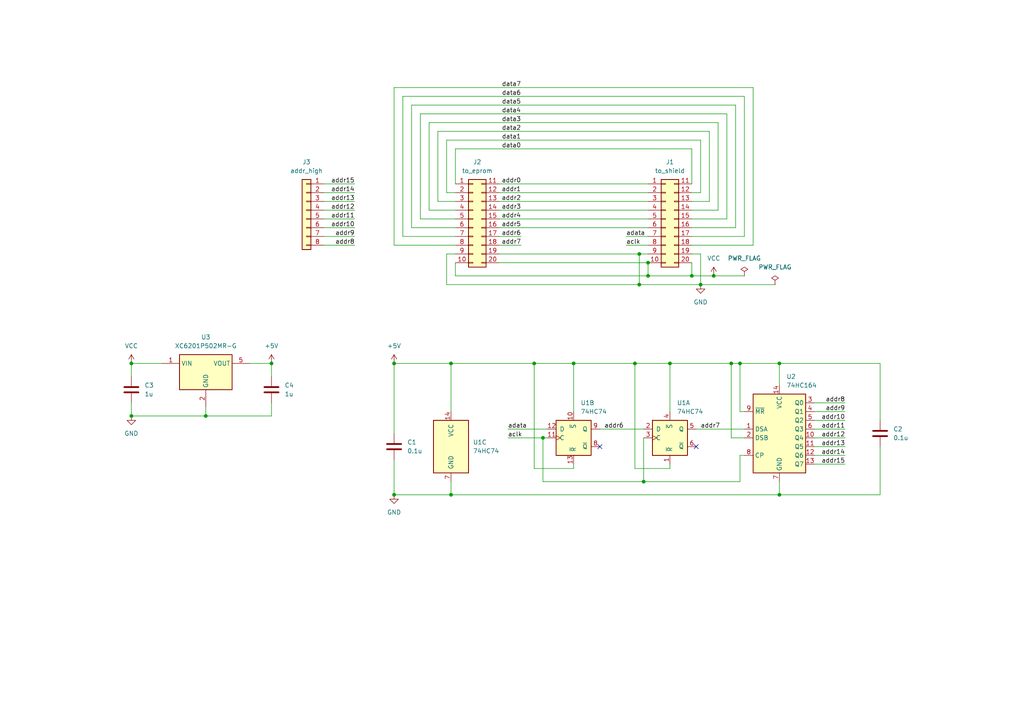
<source format=kicad_sch>
(kicad_sch (version 20211123) (generator eeschema)

  (uuid e63e39d7-6ac0-4ffd-8aa3-1841a4541b55)

  (paper "A4")

  (lib_symbols
    (symbol "74xx:74HC164" (in_bom yes) (on_board yes)
      (property "Reference" "U" (id 0) (at 1.905 -13.97 0)
        (effects (font (size 1.27 1.27)) (justify left))
      )
      (property "Value" "74HC164" (id 1) (at 1.905 -16.51 0)
        (effects (font (size 1.27 1.27)) (justify left))
      )
      (property "Footprint" "" (id 2) (at 22.86 -7.62 0)
        (effects (font (size 1.27 1.27)) hide)
      )
      (property "Datasheet" "https://assets.nexperia.com/documents/data-sheet/74HC_HCT164.pdf" (id 3) (at 22.86 -7.62 0)
        (effects (font (size 1.27 1.27)) hide)
      )
      (property "ki_keywords" "8-bit shift register" (id 4) (at 0 0 0)
        (effects (font (size 1.27 1.27)) hide)
      )
      (property "ki_description" "8-bit serial-in parallel-out shift register" (id 5) (at 0 0 0)
        (effects (font (size 1.27 1.27)) hide)
      )
      (property "ki_fp_filters" "SOIC*3.9x8.7*P1.27mm* ?SSOP*P0.65mm* DIP*W7.62mm*" (id 6) (at 0 0 0)
        (effects (font (size 1.27 1.27)) hide)
      )
      (symbol "74HC164_0_1"
        (rectangle (start 7.62 10.16) (end -7.62 -12.7)
          (stroke (width 0.254) (type default) (color 0 0 0 0))
          (fill (type background))
        )
      )
      (symbol "74HC164_1_1"
        (pin input line (at -10.16 0 0) (length 2.54)
          (name "DSA" (effects (font (size 1.27 1.27))))
          (number "1" (effects (font (size 1.27 1.27))))
        )
        (pin output line (at 10.16 -2.54 180) (length 2.54)
          (name "Q4" (effects (font (size 1.27 1.27))))
          (number "10" (effects (font (size 1.27 1.27))))
        )
        (pin output line (at 10.16 -5.08 180) (length 2.54)
          (name "Q5" (effects (font (size 1.27 1.27))))
          (number "11" (effects (font (size 1.27 1.27))))
        )
        (pin output line (at 10.16 -7.62 180) (length 2.54)
          (name "Q6" (effects (font (size 1.27 1.27))))
          (number "12" (effects (font (size 1.27 1.27))))
        )
        (pin output line (at 10.16 -10.16 180) (length 2.54)
          (name "Q7" (effects (font (size 1.27 1.27))))
          (number "13" (effects (font (size 1.27 1.27))))
        )
        (pin power_in line (at 0 12.7 270) (length 2.54)
          (name "VCC" (effects (font (size 1.27 1.27))))
          (number "14" (effects (font (size 1.27 1.27))))
        )
        (pin input line (at -10.16 -2.54 0) (length 2.54)
          (name "DSB" (effects (font (size 1.27 1.27))))
          (number "2" (effects (font (size 1.27 1.27))))
        )
        (pin output line (at 10.16 7.62 180) (length 2.54)
          (name "Q0" (effects (font (size 1.27 1.27))))
          (number "3" (effects (font (size 1.27 1.27))))
        )
        (pin output line (at 10.16 5.08 180) (length 2.54)
          (name "Q1" (effects (font (size 1.27 1.27))))
          (number "4" (effects (font (size 1.27 1.27))))
        )
        (pin output line (at 10.16 2.54 180) (length 2.54)
          (name "Q2" (effects (font (size 1.27 1.27))))
          (number "5" (effects (font (size 1.27 1.27))))
        )
        (pin output line (at 10.16 0 180) (length 2.54)
          (name "Q3" (effects (font (size 1.27 1.27))))
          (number "6" (effects (font (size 1.27 1.27))))
        )
        (pin power_in line (at 0 -15.24 90) (length 2.54)
          (name "GND" (effects (font (size 1.27 1.27))))
          (number "7" (effects (font (size 1.27 1.27))))
        )
        (pin input line (at -10.16 -7.62 0) (length 2.54)
          (name "CP" (effects (font (size 1.27 1.27))))
          (number "8" (effects (font (size 1.27 1.27))))
        )
        (pin input line (at -10.16 5.08 0) (length 2.54)
          (name "~{MR}" (effects (font (size 1.27 1.27))))
          (number "9" (effects (font (size 1.27 1.27))))
        )
      )
    )
    (symbol "74xx:74HC74" (pin_names (offset 1.016)) (in_bom yes) (on_board yes)
      (property "Reference" "U" (id 0) (at -7.62 8.89 0)
        (effects (font (size 1.27 1.27)))
      )
      (property "Value" "74HC74" (id 1) (at -7.62 -8.89 0)
        (effects (font (size 1.27 1.27)))
      )
      (property "Footprint" "" (id 2) (at 0 0 0)
        (effects (font (size 1.27 1.27)) hide)
      )
      (property "Datasheet" "74xx/74hc_hct74.pdf" (id 3) (at 0 0 0)
        (effects (font (size 1.27 1.27)) hide)
      )
      (property "ki_locked" "" (id 4) (at 0 0 0)
        (effects (font (size 1.27 1.27)))
      )
      (property "ki_keywords" "TTL DFF" (id 5) (at 0 0 0)
        (effects (font (size 1.27 1.27)) hide)
      )
      (property "ki_description" "Dual D Flip-flop, Set & Reset" (id 6) (at 0 0 0)
        (effects (font (size 1.27 1.27)) hide)
      )
      (property "ki_fp_filters" "DIP*W7.62mm*" (id 7) (at 0 0 0)
        (effects (font (size 1.27 1.27)) hide)
      )
      (symbol "74HC74_1_0"
        (pin input line (at 0 -7.62 90) (length 2.54)
          (name "~{R}" (effects (font (size 1.27 1.27))))
          (number "1" (effects (font (size 1.27 1.27))))
        )
        (pin input line (at -7.62 2.54 0) (length 2.54)
          (name "D" (effects (font (size 1.27 1.27))))
          (number "2" (effects (font (size 1.27 1.27))))
        )
        (pin input clock (at -7.62 0 0) (length 2.54)
          (name "C" (effects (font (size 1.27 1.27))))
          (number "3" (effects (font (size 1.27 1.27))))
        )
        (pin input line (at 0 7.62 270) (length 2.54)
          (name "~{S}" (effects (font (size 1.27 1.27))))
          (number "4" (effects (font (size 1.27 1.27))))
        )
        (pin output line (at 7.62 2.54 180) (length 2.54)
          (name "Q" (effects (font (size 1.27 1.27))))
          (number "5" (effects (font (size 1.27 1.27))))
        )
        (pin output line (at 7.62 -2.54 180) (length 2.54)
          (name "~{Q}" (effects (font (size 1.27 1.27))))
          (number "6" (effects (font (size 1.27 1.27))))
        )
      )
      (symbol "74HC74_1_1"
        (rectangle (start -5.08 5.08) (end 5.08 -5.08)
          (stroke (width 0.254) (type default) (color 0 0 0 0))
          (fill (type background))
        )
      )
      (symbol "74HC74_2_0"
        (pin input line (at 0 7.62 270) (length 2.54)
          (name "~{S}" (effects (font (size 1.27 1.27))))
          (number "10" (effects (font (size 1.27 1.27))))
        )
        (pin input clock (at -7.62 0 0) (length 2.54)
          (name "C" (effects (font (size 1.27 1.27))))
          (number "11" (effects (font (size 1.27 1.27))))
        )
        (pin input line (at -7.62 2.54 0) (length 2.54)
          (name "D" (effects (font (size 1.27 1.27))))
          (number "12" (effects (font (size 1.27 1.27))))
        )
        (pin input line (at 0 -7.62 90) (length 2.54)
          (name "~{R}" (effects (font (size 1.27 1.27))))
          (number "13" (effects (font (size 1.27 1.27))))
        )
        (pin output line (at 7.62 -2.54 180) (length 2.54)
          (name "~{Q}" (effects (font (size 1.27 1.27))))
          (number "8" (effects (font (size 1.27 1.27))))
        )
        (pin output line (at 7.62 2.54 180) (length 2.54)
          (name "Q" (effects (font (size 1.27 1.27))))
          (number "9" (effects (font (size 1.27 1.27))))
        )
      )
      (symbol "74HC74_2_1"
        (rectangle (start -5.08 5.08) (end 5.08 -5.08)
          (stroke (width 0.254) (type default) (color 0 0 0 0))
          (fill (type background))
        )
      )
      (symbol "74HC74_3_0"
        (pin power_in line (at 0 10.16 270) (length 2.54)
          (name "VCC" (effects (font (size 1.27 1.27))))
          (number "14" (effects (font (size 1.27 1.27))))
        )
        (pin power_in line (at 0 -10.16 90) (length 2.54)
          (name "GND" (effects (font (size 1.27 1.27))))
          (number "7" (effects (font (size 1.27 1.27))))
        )
      )
      (symbol "74HC74_3_1"
        (rectangle (start -5.08 7.62) (end 5.08 -7.62)
          (stroke (width 0.254) (type default) (color 0 0 0 0))
          (fill (type background))
        )
      )
    )
    (symbol "Connector_Generic:Conn_01x08" (pin_names (offset 1.016) hide) (in_bom yes) (on_board yes)
      (property "Reference" "J" (id 0) (at 0 10.16 0)
        (effects (font (size 1.27 1.27)))
      )
      (property "Value" "Conn_01x08" (id 1) (at 0 -12.7 0)
        (effects (font (size 1.27 1.27)))
      )
      (property "Footprint" "" (id 2) (at 0 0 0)
        (effects (font (size 1.27 1.27)) hide)
      )
      (property "Datasheet" "~" (id 3) (at 0 0 0)
        (effects (font (size 1.27 1.27)) hide)
      )
      (property "ki_keywords" "connector" (id 4) (at 0 0 0)
        (effects (font (size 1.27 1.27)) hide)
      )
      (property "ki_description" "Generic connector, single row, 01x08, script generated (kicad-library-utils/schlib/autogen/connector/)" (id 5) (at 0 0 0)
        (effects (font (size 1.27 1.27)) hide)
      )
      (property "ki_fp_filters" "Connector*:*_1x??_*" (id 6) (at 0 0 0)
        (effects (font (size 1.27 1.27)) hide)
      )
      (symbol "Conn_01x08_1_1"
        (rectangle (start -1.27 -10.033) (end 0 -10.287)
          (stroke (width 0.1524) (type default) (color 0 0 0 0))
          (fill (type none))
        )
        (rectangle (start -1.27 -7.493) (end 0 -7.747)
          (stroke (width 0.1524) (type default) (color 0 0 0 0))
          (fill (type none))
        )
        (rectangle (start -1.27 -4.953) (end 0 -5.207)
          (stroke (width 0.1524) (type default) (color 0 0 0 0))
          (fill (type none))
        )
        (rectangle (start -1.27 -2.413) (end 0 -2.667)
          (stroke (width 0.1524) (type default) (color 0 0 0 0))
          (fill (type none))
        )
        (rectangle (start -1.27 0.127) (end 0 -0.127)
          (stroke (width 0.1524) (type default) (color 0 0 0 0))
          (fill (type none))
        )
        (rectangle (start -1.27 2.667) (end 0 2.413)
          (stroke (width 0.1524) (type default) (color 0 0 0 0))
          (fill (type none))
        )
        (rectangle (start -1.27 5.207) (end 0 4.953)
          (stroke (width 0.1524) (type default) (color 0 0 0 0))
          (fill (type none))
        )
        (rectangle (start -1.27 7.747) (end 0 7.493)
          (stroke (width 0.1524) (type default) (color 0 0 0 0))
          (fill (type none))
        )
        (rectangle (start -1.27 8.89) (end 1.27 -11.43)
          (stroke (width 0.254) (type default) (color 0 0 0 0))
          (fill (type background))
        )
        (pin passive line (at -5.08 7.62 0) (length 3.81)
          (name "Pin_1" (effects (font (size 1.27 1.27))))
          (number "1" (effects (font (size 1.27 1.27))))
        )
        (pin passive line (at -5.08 5.08 0) (length 3.81)
          (name "Pin_2" (effects (font (size 1.27 1.27))))
          (number "2" (effects (font (size 1.27 1.27))))
        )
        (pin passive line (at -5.08 2.54 0) (length 3.81)
          (name "Pin_3" (effects (font (size 1.27 1.27))))
          (number "3" (effects (font (size 1.27 1.27))))
        )
        (pin passive line (at -5.08 0 0) (length 3.81)
          (name "Pin_4" (effects (font (size 1.27 1.27))))
          (number "4" (effects (font (size 1.27 1.27))))
        )
        (pin passive line (at -5.08 -2.54 0) (length 3.81)
          (name "Pin_5" (effects (font (size 1.27 1.27))))
          (number "5" (effects (font (size 1.27 1.27))))
        )
        (pin passive line (at -5.08 -5.08 0) (length 3.81)
          (name "Pin_6" (effects (font (size 1.27 1.27))))
          (number "6" (effects (font (size 1.27 1.27))))
        )
        (pin passive line (at -5.08 -7.62 0) (length 3.81)
          (name "Pin_7" (effects (font (size 1.27 1.27))))
          (number "7" (effects (font (size 1.27 1.27))))
        )
        (pin passive line (at -5.08 -10.16 0) (length 3.81)
          (name "Pin_8" (effects (font (size 1.27 1.27))))
          (number "8" (effects (font (size 1.27 1.27))))
        )
      )
    )
    (symbol "Connector_Generic:Conn_02x10_Top_Bottom" (pin_names (offset 1.016) hide) (in_bom yes) (on_board yes)
      (property "Reference" "J" (id 0) (at 1.27 12.7 0)
        (effects (font (size 1.27 1.27)))
      )
      (property "Value" "Conn_02x10_Top_Bottom" (id 1) (at 1.27 -15.24 0)
        (effects (font (size 1.27 1.27)))
      )
      (property "Footprint" "" (id 2) (at 0 0 0)
        (effects (font (size 1.27 1.27)) hide)
      )
      (property "Datasheet" "~" (id 3) (at 0 0 0)
        (effects (font (size 1.27 1.27)) hide)
      )
      (property "ki_keywords" "connector" (id 4) (at 0 0 0)
        (effects (font (size 1.27 1.27)) hide)
      )
      (property "ki_description" "Generic connector, double row, 02x10, top/bottom pin numbering scheme (row 1: 1...pins_per_row, row2: pins_per_row+1 ... num_pins), script generated (kicad-library-utils/schlib/autogen/connector/)" (id 5) (at 0 0 0)
        (effects (font (size 1.27 1.27)) hide)
      )
      (property "ki_fp_filters" "Connector*:*_2x??_*" (id 6) (at 0 0 0)
        (effects (font (size 1.27 1.27)) hide)
      )
      (symbol "Conn_02x10_Top_Bottom_1_1"
        (rectangle (start -1.27 -12.573) (end 0 -12.827)
          (stroke (width 0.1524) (type default) (color 0 0 0 0))
          (fill (type none))
        )
        (rectangle (start -1.27 -10.033) (end 0 -10.287)
          (stroke (width 0.1524) (type default) (color 0 0 0 0))
          (fill (type none))
        )
        (rectangle (start -1.27 -7.493) (end 0 -7.747)
          (stroke (width 0.1524) (type default) (color 0 0 0 0))
          (fill (type none))
        )
        (rectangle (start -1.27 -4.953) (end 0 -5.207)
          (stroke (width 0.1524) (type default) (color 0 0 0 0))
          (fill (type none))
        )
        (rectangle (start -1.27 -2.413) (end 0 -2.667)
          (stroke (width 0.1524) (type default) (color 0 0 0 0))
          (fill (type none))
        )
        (rectangle (start -1.27 0.127) (end 0 -0.127)
          (stroke (width 0.1524) (type default) (color 0 0 0 0))
          (fill (type none))
        )
        (rectangle (start -1.27 2.667) (end 0 2.413)
          (stroke (width 0.1524) (type default) (color 0 0 0 0))
          (fill (type none))
        )
        (rectangle (start -1.27 5.207) (end 0 4.953)
          (stroke (width 0.1524) (type default) (color 0 0 0 0))
          (fill (type none))
        )
        (rectangle (start -1.27 7.747) (end 0 7.493)
          (stroke (width 0.1524) (type default) (color 0 0 0 0))
          (fill (type none))
        )
        (rectangle (start -1.27 10.287) (end 0 10.033)
          (stroke (width 0.1524) (type default) (color 0 0 0 0))
          (fill (type none))
        )
        (rectangle (start -1.27 11.43) (end 3.81 -13.97)
          (stroke (width 0.254) (type default) (color 0 0 0 0))
          (fill (type background))
        )
        (rectangle (start 3.81 -12.573) (end 2.54 -12.827)
          (stroke (width 0.1524) (type default) (color 0 0 0 0))
          (fill (type none))
        )
        (rectangle (start 3.81 -10.033) (end 2.54 -10.287)
          (stroke (width 0.1524) (type default) (color 0 0 0 0))
          (fill (type none))
        )
        (rectangle (start 3.81 -7.493) (end 2.54 -7.747)
          (stroke (width 0.1524) (type default) (color 0 0 0 0))
          (fill (type none))
        )
        (rectangle (start 3.81 -4.953) (end 2.54 -5.207)
          (stroke (width 0.1524) (type default) (color 0 0 0 0))
          (fill (type none))
        )
        (rectangle (start 3.81 -2.413) (end 2.54 -2.667)
          (stroke (width 0.1524) (type default) (color 0 0 0 0))
          (fill (type none))
        )
        (rectangle (start 3.81 0.127) (end 2.54 -0.127)
          (stroke (width 0.1524) (type default) (color 0 0 0 0))
          (fill (type none))
        )
        (rectangle (start 3.81 2.667) (end 2.54 2.413)
          (stroke (width 0.1524) (type default) (color 0 0 0 0))
          (fill (type none))
        )
        (rectangle (start 3.81 5.207) (end 2.54 4.953)
          (stroke (width 0.1524) (type default) (color 0 0 0 0))
          (fill (type none))
        )
        (rectangle (start 3.81 7.747) (end 2.54 7.493)
          (stroke (width 0.1524) (type default) (color 0 0 0 0))
          (fill (type none))
        )
        (rectangle (start 3.81 10.287) (end 2.54 10.033)
          (stroke (width 0.1524) (type default) (color 0 0 0 0))
          (fill (type none))
        )
        (pin passive line (at -5.08 10.16 0) (length 3.81)
          (name "Pin_1" (effects (font (size 1.27 1.27))))
          (number "1" (effects (font (size 1.27 1.27))))
        )
        (pin passive line (at -5.08 -12.7 0) (length 3.81)
          (name "Pin_10" (effects (font (size 1.27 1.27))))
          (number "10" (effects (font (size 1.27 1.27))))
        )
        (pin passive line (at 7.62 10.16 180) (length 3.81)
          (name "Pin_11" (effects (font (size 1.27 1.27))))
          (number "11" (effects (font (size 1.27 1.27))))
        )
        (pin passive line (at 7.62 7.62 180) (length 3.81)
          (name "Pin_12" (effects (font (size 1.27 1.27))))
          (number "12" (effects (font (size 1.27 1.27))))
        )
        (pin passive line (at 7.62 5.08 180) (length 3.81)
          (name "Pin_13" (effects (font (size 1.27 1.27))))
          (number "13" (effects (font (size 1.27 1.27))))
        )
        (pin passive line (at 7.62 2.54 180) (length 3.81)
          (name "Pin_14" (effects (font (size 1.27 1.27))))
          (number "14" (effects (font (size 1.27 1.27))))
        )
        (pin passive line (at 7.62 0 180) (length 3.81)
          (name "Pin_15" (effects (font (size 1.27 1.27))))
          (number "15" (effects (font (size 1.27 1.27))))
        )
        (pin passive line (at 7.62 -2.54 180) (length 3.81)
          (name "Pin_16" (effects (font (size 1.27 1.27))))
          (number "16" (effects (font (size 1.27 1.27))))
        )
        (pin passive line (at 7.62 -5.08 180) (length 3.81)
          (name "Pin_17" (effects (font (size 1.27 1.27))))
          (number "17" (effects (font (size 1.27 1.27))))
        )
        (pin passive line (at 7.62 -7.62 180) (length 3.81)
          (name "Pin_18" (effects (font (size 1.27 1.27))))
          (number "18" (effects (font (size 1.27 1.27))))
        )
        (pin passive line (at 7.62 -10.16 180) (length 3.81)
          (name "Pin_19" (effects (font (size 1.27 1.27))))
          (number "19" (effects (font (size 1.27 1.27))))
        )
        (pin passive line (at -5.08 7.62 0) (length 3.81)
          (name "Pin_2" (effects (font (size 1.27 1.27))))
          (number "2" (effects (font (size 1.27 1.27))))
        )
        (pin passive line (at 7.62 -12.7 180) (length 3.81)
          (name "Pin_20" (effects (font (size 1.27 1.27))))
          (number "20" (effects (font (size 1.27 1.27))))
        )
        (pin passive line (at -5.08 5.08 0) (length 3.81)
          (name "Pin_3" (effects (font (size 1.27 1.27))))
          (number "3" (effects (font (size 1.27 1.27))))
        )
        (pin passive line (at -5.08 2.54 0) (length 3.81)
          (name "Pin_4" (effects (font (size 1.27 1.27))))
          (number "4" (effects (font (size 1.27 1.27))))
        )
        (pin passive line (at -5.08 0 0) (length 3.81)
          (name "Pin_5" (effects (font (size 1.27 1.27))))
          (number "5" (effects (font (size 1.27 1.27))))
        )
        (pin passive line (at -5.08 -2.54 0) (length 3.81)
          (name "Pin_6" (effects (font (size 1.27 1.27))))
          (number "6" (effects (font (size 1.27 1.27))))
        )
        (pin passive line (at -5.08 -5.08 0) (length 3.81)
          (name "Pin_7" (effects (font (size 1.27 1.27))))
          (number "7" (effects (font (size 1.27 1.27))))
        )
        (pin passive line (at -5.08 -7.62 0) (length 3.81)
          (name "Pin_8" (effects (font (size 1.27 1.27))))
          (number "8" (effects (font (size 1.27 1.27))))
        )
        (pin passive line (at -5.08 -10.16 0) (length 3.81)
          (name "Pin_9" (effects (font (size 1.27 1.27))))
          (number "9" (effects (font (size 1.27 1.27))))
        )
      )
    )
    (symbol "Device:C" (pin_numbers hide) (pin_names (offset 0.254)) (in_bom yes) (on_board yes)
      (property "Reference" "C" (id 0) (at 0.635 2.54 0)
        (effects (font (size 1.27 1.27)) (justify left))
      )
      (property "Value" "C" (id 1) (at 0.635 -2.54 0)
        (effects (font (size 1.27 1.27)) (justify left))
      )
      (property "Footprint" "" (id 2) (at 0.9652 -3.81 0)
        (effects (font (size 1.27 1.27)) hide)
      )
      (property "Datasheet" "~" (id 3) (at 0 0 0)
        (effects (font (size 1.27 1.27)) hide)
      )
      (property "ki_keywords" "cap capacitor" (id 4) (at 0 0 0)
        (effects (font (size 1.27 1.27)) hide)
      )
      (property "ki_description" "Unpolarized capacitor" (id 5) (at 0 0 0)
        (effects (font (size 1.27 1.27)) hide)
      )
      (property "ki_fp_filters" "C_*" (id 6) (at 0 0 0)
        (effects (font (size 1.27 1.27)) hide)
      )
      (symbol "C_0_1"
        (polyline
          (pts
            (xy -2.032 -0.762)
            (xy 2.032 -0.762)
          )
          (stroke (width 0.508) (type default) (color 0 0 0 0))
          (fill (type none))
        )
        (polyline
          (pts
            (xy -2.032 0.762)
            (xy 2.032 0.762)
          )
          (stroke (width 0.508) (type default) (color 0 0 0 0))
          (fill (type none))
        )
      )
      (symbol "C_1_1"
        (pin passive line (at 0 3.81 270) (length 2.794)
          (name "~" (effects (font (size 1.27 1.27))))
          (number "1" (effects (font (size 1.27 1.27))))
        )
        (pin passive line (at 0 -3.81 90) (length 2.794)
          (name "~" (effects (font (size 1.27 1.27))))
          (number "2" (effects (font (size 1.27 1.27))))
        )
      )
    )
    (symbol "Regulator_Linear:XC6210B332MR" (in_bom yes) (on_board yes)
      (property "Reference" "U?" (id 0) (at 0 10.16 0)
        (effects (font (size 1.27 1.27)))
      )
      (property "Value" "XC6210B332MR" (id 1) (at 0 7.62 0)
        (effects (font (size 1.27 1.27)))
      )
      (property "Footprint" "Package_TO_SOT_SMD:SOT-23-5" (id 2) (at 0 0 0)
        (effects (font (size 1.27 1.27)) hide)
      )
      (property "Datasheet" "https://www.torexsemi.com/file/xc6210/XC6210.pdf" (id 3) (at 19.05 -25.4 0)
        (effects (font (size 1.27 1.27)) hide)
      )
      (property "ki_keywords" "LDO Voltage Regulator 700mA" (id 4) (at 0 0 0)
        (effects (font (size 1.27 1.27)) hide)
      )
      (property "ki_description" "700mA, Low Drop-out Voltage Regulator, Fixed Output 3.3V, SOT-23-5" (id 5) (at 0 0 0)
        (effects (font (size 1.27 1.27)) hide)
      )
      (property "ki_fp_filters" "SOT?23*" (id 6) (at 0 0 0)
        (effects (font (size 1.27 1.27)) hide)
      )
      (symbol "XC6210B332MR_0_1"
        (rectangle (start -7.62 5.08) (end 7.62 -5.08)
          (stroke (width 0.254) (type default) (color 0 0 0 0))
          (fill (type background))
        )
      )
      (symbol "XC6210B332MR_1_1"
        (pin power_in line (at -12.7 2.54 0) (length 5.08)
          (name "VIN" (effects (font (size 1.27 1.27))))
          (number "1" (effects (font (size 1.27 1.27))))
        )
        (pin power_in line (at 0 -10.16 90) (length 5.08)
          (name "GND" (effects (font (size 1.27 1.27))))
          (number "2" (effects (font (size 1.27 1.27))))
        )
        (pin no_connect line (at -12.7 -2.54 0) (length 5.08) hide
          (name "NC" (effects (font (size 1.27 1.27))))
          (number "3" (effects (font (size 1.27 1.27))))
        )
        (pin no_connect line (at 12.7 -2.54 180) (length 5.08) hide
          (name "NC" (effects (font (size 1.27 1.27))))
          (number "4" (effects (font (size 1.27 1.27))))
        )
        (pin power_out line (at 12.7 2.54 180) (length 5.08)
          (name "VOUT" (effects (font (size 1.27 1.27))))
          (number "5" (effects (font (size 1.27 1.27))))
        )
      )
    )
    (symbol "power:+5V" (power) (pin_names (offset 0)) (in_bom yes) (on_board yes)
      (property "Reference" "#PWR" (id 0) (at 0 -3.81 0)
        (effects (font (size 1.27 1.27)) hide)
      )
      (property "Value" "+5V" (id 1) (at 0 3.556 0)
        (effects (font (size 1.27 1.27)))
      )
      (property "Footprint" "" (id 2) (at 0 0 0)
        (effects (font (size 1.27 1.27)) hide)
      )
      (property "Datasheet" "" (id 3) (at 0 0 0)
        (effects (font (size 1.27 1.27)) hide)
      )
      (property "ki_keywords" "power-flag" (id 4) (at 0 0 0)
        (effects (font (size 1.27 1.27)) hide)
      )
      (property "ki_description" "Power symbol creates a global label with name \"+5V\"" (id 5) (at 0 0 0)
        (effects (font (size 1.27 1.27)) hide)
      )
      (symbol "+5V_0_1"
        (polyline
          (pts
            (xy -0.762 1.27)
            (xy 0 2.54)
          )
          (stroke (width 0) (type default) (color 0 0 0 0))
          (fill (type none))
        )
        (polyline
          (pts
            (xy 0 0)
            (xy 0 2.54)
          )
          (stroke (width 0) (type default) (color 0 0 0 0))
          (fill (type none))
        )
        (polyline
          (pts
            (xy 0 2.54)
            (xy 0.762 1.27)
          )
          (stroke (width 0) (type default) (color 0 0 0 0))
          (fill (type none))
        )
      )
      (symbol "+5V_1_1"
        (pin power_in line (at 0 0 90) (length 0) hide
          (name "+5V" (effects (font (size 1.27 1.27))))
          (number "1" (effects (font (size 1.27 1.27))))
        )
      )
    )
    (symbol "power:GND" (power) (pin_names (offset 0)) (in_bom yes) (on_board yes)
      (property "Reference" "#PWR" (id 0) (at 0 -6.35 0)
        (effects (font (size 1.27 1.27)) hide)
      )
      (property "Value" "GND" (id 1) (at 0 -3.81 0)
        (effects (font (size 1.27 1.27)))
      )
      (property "Footprint" "" (id 2) (at 0 0 0)
        (effects (font (size 1.27 1.27)) hide)
      )
      (property "Datasheet" "" (id 3) (at 0 0 0)
        (effects (font (size 1.27 1.27)) hide)
      )
      (property "ki_keywords" "power-flag" (id 4) (at 0 0 0)
        (effects (font (size 1.27 1.27)) hide)
      )
      (property "ki_description" "Power symbol creates a global label with name \"GND\" , ground" (id 5) (at 0 0 0)
        (effects (font (size 1.27 1.27)) hide)
      )
      (symbol "GND_0_1"
        (polyline
          (pts
            (xy 0 0)
            (xy 0 -1.27)
            (xy 1.27 -1.27)
            (xy 0 -2.54)
            (xy -1.27 -1.27)
            (xy 0 -1.27)
          )
          (stroke (width 0) (type default) (color 0 0 0 0))
          (fill (type none))
        )
      )
      (symbol "GND_1_1"
        (pin power_in line (at 0 0 270) (length 0) hide
          (name "GND" (effects (font (size 1.27 1.27))))
          (number "1" (effects (font (size 1.27 1.27))))
        )
      )
    )
    (symbol "power:PWR_FLAG" (power) (pin_numbers hide) (pin_names (offset 0) hide) (in_bom yes) (on_board yes)
      (property "Reference" "#FLG" (id 0) (at 0 1.905 0)
        (effects (font (size 1.27 1.27)) hide)
      )
      (property "Value" "PWR_FLAG" (id 1) (at 0 3.81 0)
        (effects (font (size 1.27 1.27)))
      )
      (property "Footprint" "" (id 2) (at 0 0 0)
        (effects (font (size 1.27 1.27)) hide)
      )
      (property "Datasheet" "~" (id 3) (at 0 0 0)
        (effects (font (size 1.27 1.27)) hide)
      )
      (property "ki_keywords" "power-flag" (id 4) (at 0 0 0)
        (effects (font (size 1.27 1.27)) hide)
      )
      (property "ki_description" "Special symbol for telling ERC where power comes from" (id 5) (at 0 0 0)
        (effects (font (size 1.27 1.27)) hide)
      )
      (symbol "PWR_FLAG_0_0"
        (pin power_out line (at 0 0 90) (length 0)
          (name "pwr" (effects (font (size 1.27 1.27))))
          (number "1" (effects (font (size 1.27 1.27))))
        )
      )
      (symbol "PWR_FLAG_0_1"
        (polyline
          (pts
            (xy 0 0)
            (xy 0 1.27)
            (xy -1.016 1.905)
            (xy 0 2.54)
            (xy 1.016 1.905)
            (xy 0 1.27)
          )
          (stroke (width 0) (type default) (color 0 0 0 0))
          (fill (type none))
        )
      )
    )
    (symbol "power:VCC" (power) (pin_names (offset 0)) (in_bom yes) (on_board yes)
      (property "Reference" "#PWR" (id 0) (at 0 -3.81 0)
        (effects (font (size 1.27 1.27)) hide)
      )
      (property "Value" "VCC" (id 1) (at 0 3.81 0)
        (effects (font (size 1.27 1.27)))
      )
      (property "Footprint" "" (id 2) (at 0 0 0)
        (effects (font (size 1.27 1.27)) hide)
      )
      (property "Datasheet" "" (id 3) (at 0 0 0)
        (effects (font (size 1.27 1.27)) hide)
      )
      (property "ki_keywords" "power-flag" (id 4) (at 0 0 0)
        (effects (font (size 1.27 1.27)) hide)
      )
      (property "ki_description" "Power symbol creates a global label with name \"VCC\"" (id 5) (at 0 0 0)
        (effects (font (size 1.27 1.27)) hide)
      )
      (symbol "VCC_0_1"
        (polyline
          (pts
            (xy -0.762 1.27)
            (xy 0 2.54)
          )
          (stroke (width 0) (type default) (color 0 0 0 0))
          (fill (type none))
        )
        (polyline
          (pts
            (xy 0 0)
            (xy 0 2.54)
          )
          (stroke (width 0) (type default) (color 0 0 0 0))
          (fill (type none))
        )
        (polyline
          (pts
            (xy 0 2.54)
            (xy 0.762 1.27)
          )
          (stroke (width 0) (type default) (color 0 0 0 0))
          (fill (type none))
        )
      )
      (symbol "VCC_1_1"
        (pin power_in line (at 0 0 90) (length 0) hide
          (name "VCC" (effects (font (size 1.27 1.27))))
          (number "1" (effects (font (size 1.27 1.27))))
        )
      )
    )
  )

  (junction (at 38.1 105.41) (diameter 0) (color 0 0 0 0)
    (uuid 10c62408-085f-4bca-8f69-3045fe549453)
  )
  (junction (at 114.3 105.41) (diameter 0) (color 0 0 0 0)
    (uuid 35fd4ebb-3dad-4789-b01b-908ce364c155)
  )
  (junction (at 185.42 73.66) (diameter 0) (color 0 0 0 0)
    (uuid 46dbddda-2fac-4f95-b132-f2e3382cc4a4)
  )
  (junction (at 157.48 127) (diameter 0) (color 0 0 0 0)
    (uuid 48a4c2e4-1922-459a-acee-d0f104436ea7)
  )
  (junction (at 154.94 105.41) (diameter 0) (color 0 0 0 0)
    (uuid 4be53149-b57f-40cf-9ffe-21024f01764f)
  )
  (junction (at 187.96 80.01) (diameter 0) (color 0 0 0 0)
    (uuid 4c237919-3273-4e71-99cd-a47bd71fdf79)
  )
  (junction (at 184.15 105.41) (diameter 0) (color 0 0 0 0)
    (uuid 52b32cdf-33d3-4a71-94ab-55af40e7c7c7)
  )
  (junction (at 207.01 80.01) (diameter 0) (color 0 0 0 0)
    (uuid 61f244ef-2dd2-49a6-bad4-efe4ea44dc3d)
  )
  (junction (at 130.81 105.41) (diameter 0) (color 0 0 0 0)
    (uuid 9bf6eaf0-8b37-4e51-b5e7-a2be99b52b96)
  )
  (junction (at 226.06 105.41) (diameter 0) (color 0 0 0 0)
    (uuid a7cc93dd-d4ae-4ffe-aabc-5c2c7c684aef)
  )
  (junction (at 194.31 105.41) (diameter 0) (color 0 0 0 0)
    (uuid abc66a50-6214-42a1-b1c4-c5e3527744b6)
  )
  (junction (at 212.09 105.41) (diameter 0) (color 0 0 0 0)
    (uuid af074b18-aca4-4f1a-a115-cf4b9df7bfa2)
  )
  (junction (at 78.74 105.41) (diameter 0) (color 0 0 0 0)
    (uuid bda1d72c-a679-4c97-af2f-3f9e38442c75)
  )
  (junction (at 59.69 120.65) (diameter 0) (color 0 0 0 0)
    (uuid c624537c-170a-40f9-9883-f5f633fed31b)
  )
  (junction (at 185.42 82.55) (diameter 0) (color 0 0 0 0)
    (uuid d166c03e-cd4b-4a5b-bb70-a7218f31b575)
  )
  (junction (at 187.96 76.2) (diameter 0) (color 0 0 0 0)
    (uuid d8735775-66e9-48f1-ad25-a0cb7a5ab2e7)
  )
  (junction (at 200.66 80.01) (diameter 0) (color 0 0 0 0)
    (uuid dad502e7-48c0-4ee0-8e6e-1c4b94b0b1fb)
  )
  (junction (at 38.1 120.65) (diameter 0) (color 0 0 0 0)
    (uuid e2ecac84-c058-498d-9261-dcedb2dc1010)
  )
  (junction (at 114.3 143.51) (diameter 0) (color 0 0 0 0)
    (uuid e5699104-20f6-4d99-ae07-91b5c0b05454)
  )
  (junction (at 130.81 143.51) (diameter 0) (color 0 0 0 0)
    (uuid f069dd2a-23a3-4c2c-82cb-ed75a0c933ff)
  )
  (junction (at 214.63 105.41) (diameter 0) (color 0 0 0 0)
    (uuid f0caadda-19c4-4109-8f5b-0e8e82d3002e)
  )
  (junction (at 226.06 143.51) (diameter 0) (color 0 0 0 0)
    (uuid f1461ed7-3bb1-485c-bb5c-707da5a576b5)
  )
  (junction (at 166.37 105.41) (diameter 0) (color 0 0 0 0)
    (uuid f813ffe1-fc01-4d76-adc2-b56acdf35680)
  )
  (junction (at 203.2 82.55) (diameter 0) (color 0 0 0 0)
    (uuid fb6aecae-6398-48ce-94a6-a6084d63c021)
  )
  (junction (at 186.69 139.7) (diameter 0) (color 0 0 0 0)
    (uuid fe75b482-309d-4557-bef4-6b42792bfe6e)
  )

  (no_connect (at 201.93 129.54) (uuid 1bd28690-102d-44c6-a9a6-25112a49af0b))
  (no_connect (at 173.99 129.54) (uuid 1bd28690-102d-44c6-a9a6-25112a49af0c))

  (wire (pts (xy 166.37 134.62) (xy 166.37 135.89))
    (stroke (width 0) (type default) (color 0 0 0 0))
    (uuid 0250ad16-fd32-4326-9cf0-08164a20aeb5)
  )
  (wire (pts (xy 210.82 63.5) (xy 200.66 63.5))
    (stroke (width 0) (type default) (color 0 0 0 0))
    (uuid 04887749-ccfb-4cae-aa67-99d42105b645)
  )
  (wire (pts (xy 147.32 124.46) (xy 158.75 124.46))
    (stroke (width 0) (type default) (color 0 0 0 0))
    (uuid 0d9cdab5-0caa-4a55-a579-c0a9dfbd093f)
  )
  (wire (pts (xy 200.66 60.96) (xy 208.28 60.96))
    (stroke (width 0) (type default) (color 0 0 0 0))
    (uuid 0e5c5399-6d6e-4d8d-aa3c-19212b8644ba)
  )
  (wire (pts (xy 129.54 55.88) (xy 132.08 55.88))
    (stroke (width 0) (type default) (color 0 0 0 0))
    (uuid 0f868636-a9fe-43d0-9ab7-ed1184116232)
  )
  (wire (pts (xy 132.08 58.42) (xy 127 58.42))
    (stroke (width 0) (type default) (color 0 0 0 0))
    (uuid 0fa8f216-7976-445e-819d-2f4ec93065a6)
  )
  (wire (pts (xy 114.3 105.41) (xy 114.3 125.73))
    (stroke (width 0) (type default) (color 0 0 0 0))
    (uuid 11991699-5014-4078-b974-3e3d1aca1054)
  )
  (wire (pts (xy 93.98 58.42) (xy 102.87 58.42))
    (stroke (width 0) (type default) (color 0 0 0 0))
    (uuid 13fe96d8-542a-4d5d-bd07-ab0563a737dc)
  )
  (wire (pts (xy 215.9 27.94) (xy 215.9 68.58))
    (stroke (width 0) (type default) (color 0 0 0 0))
    (uuid 1751e85f-a08c-4755-8255-dc9fa29aa01b)
  )
  (wire (pts (xy 127 38.1) (xy 205.74 38.1))
    (stroke (width 0) (type default) (color 0 0 0 0))
    (uuid 17818bd0-a4e7-4580-b0ac-e000ca40c2b1)
  )
  (wire (pts (xy 200.66 80.01) (xy 207.01 80.01))
    (stroke (width 0) (type default) (color 0 0 0 0))
    (uuid 1a5d79de-c9cb-4807-941b-365055255e5e)
  )
  (wire (pts (xy 212.09 105.41) (xy 214.63 105.41))
    (stroke (width 0) (type default) (color 0 0 0 0))
    (uuid 1afb1510-6546-4eda-b53d-41a1dcb16199)
  )
  (wire (pts (xy 166.37 135.89) (xy 154.94 135.89))
    (stroke (width 0) (type default) (color 0 0 0 0))
    (uuid 1c454584-c019-4ea3-a3a7-55015d01b782)
  )
  (wire (pts (xy 154.94 105.41) (xy 166.37 105.41))
    (stroke (width 0) (type default) (color 0 0 0 0))
    (uuid 1cbcccf2-44c1-4e20-a313-958aaaa7f831)
  )
  (wire (pts (xy 132.08 43.18) (xy 200.66 43.18))
    (stroke (width 0) (type default) (color 0 0 0 0))
    (uuid 22c319fd-f352-45a3-8516-1b9407d4e01d)
  )
  (wire (pts (xy 203.2 73.66) (xy 203.2 82.55))
    (stroke (width 0) (type default) (color 0 0 0 0))
    (uuid 27cc7a9d-ecd5-4553-8886-de42b88671f8)
  )
  (wire (pts (xy 93.98 68.58) (xy 102.87 68.58))
    (stroke (width 0) (type default) (color 0 0 0 0))
    (uuid 28917afb-f49d-48d4-b2dd-93033eddc841)
  )
  (wire (pts (xy 213.36 66.04) (xy 213.36 30.48))
    (stroke (width 0) (type default) (color 0 0 0 0))
    (uuid 2da454f7-fa3d-42a7-9792-65404cef0c3d)
  )
  (wire (pts (xy 236.22 129.54) (xy 245.11 129.54))
    (stroke (width 0) (type default) (color 0 0 0 0))
    (uuid 2e0e45a6-4e6b-483e-bf5c-aa7ad3405a90)
  )
  (wire (pts (xy 226.06 139.7) (xy 226.06 143.51))
    (stroke (width 0) (type default) (color 0 0 0 0))
    (uuid 2e6637a4-a707-440d-8b63-50d77707c79e)
  )
  (wire (pts (xy 236.22 119.38) (xy 245.11 119.38))
    (stroke (width 0) (type default) (color 0 0 0 0))
    (uuid 2e976289-654d-4796-81e4-e0fb0604cf61)
  )
  (wire (pts (xy 130.81 105.41) (xy 154.94 105.41))
    (stroke (width 0) (type default) (color 0 0 0 0))
    (uuid 306ab6c4-dc85-4c0e-b9ba-0c8f07d863f2)
  )
  (wire (pts (xy 194.31 105.41) (xy 212.09 105.41))
    (stroke (width 0) (type default) (color 0 0 0 0))
    (uuid 31626a48-065a-445f-8bde-b4a32ed2c7b1)
  )
  (wire (pts (xy 185.42 73.66) (xy 185.42 82.55))
    (stroke (width 0) (type default) (color 0 0 0 0))
    (uuid 333fc3a3-e912-4950-966a-a4df57e2bd6a)
  )
  (wire (pts (xy 129.54 40.64) (xy 129.54 55.88))
    (stroke (width 0) (type default) (color 0 0 0 0))
    (uuid 33933f80-a932-459a-b226-7aa0ba918281)
  )
  (wire (pts (xy 255.27 129.54) (xy 255.27 143.51))
    (stroke (width 0) (type default) (color 0 0 0 0))
    (uuid 34b41fed-f56e-4f5c-88cf-a820ea3e771d)
  )
  (wire (pts (xy 236.22 132.08) (xy 245.11 132.08))
    (stroke (width 0) (type default) (color 0 0 0 0))
    (uuid 3918e7b1-a85c-41e8-a1ea-fc5765a637cc)
  )
  (wire (pts (xy 116.84 27.94) (xy 215.9 27.94))
    (stroke (width 0) (type default) (color 0 0 0 0))
    (uuid 39afcdd5-bcfb-4ac0-8c45-c30e4fc36b80)
  )
  (wire (pts (xy 208.28 60.96) (xy 208.28 35.56))
    (stroke (width 0) (type default) (color 0 0 0 0))
    (uuid 3b884917-4af8-4e1f-9643-09acd9776746)
  )
  (wire (pts (xy 93.98 53.34) (xy 102.87 53.34))
    (stroke (width 0) (type default) (color 0 0 0 0))
    (uuid 3be7e346-edf9-40ae-ac38-cc91a8a5fddd)
  )
  (wire (pts (xy 144.78 71.12) (xy 151.13 71.12))
    (stroke (width 0) (type default) (color 0 0 0 0))
    (uuid 3d048e00-909f-461c-b939-bc739e027236)
  )
  (wire (pts (xy 38.1 105.41) (xy 46.99 105.41))
    (stroke (width 0) (type default) (color 0 0 0 0))
    (uuid 3dc5ad2d-f484-469d-bbff-4a62ebe2e62c)
  )
  (wire (pts (xy 184.15 105.41) (xy 194.31 105.41))
    (stroke (width 0) (type default) (color 0 0 0 0))
    (uuid 41fd0096-953d-49a5-b7b1-c986c610c29b)
  )
  (wire (pts (xy 215.9 119.38) (xy 214.63 119.38))
    (stroke (width 0) (type default) (color 0 0 0 0))
    (uuid 428d4f49-674a-406f-a9ad-1469996a247c)
  )
  (wire (pts (xy 210.82 33.02) (xy 210.82 63.5))
    (stroke (width 0) (type default) (color 0 0 0 0))
    (uuid 4cca9340-5765-46d4-8a80-06ab496feb85)
  )
  (wire (pts (xy 93.98 63.5) (xy 102.87 63.5))
    (stroke (width 0) (type default) (color 0 0 0 0))
    (uuid 4d43f9ce-68c5-4d9d-b5ab-77e8fee90c30)
  )
  (wire (pts (xy 186.69 139.7) (xy 186.69 127))
    (stroke (width 0) (type default) (color 0 0 0 0))
    (uuid 5031c116-3e1b-4aaa-a0a5-b525d19cc383)
  )
  (wire (pts (xy 218.44 71.12) (xy 218.44 25.4))
    (stroke (width 0) (type default) (color 0 0 0 0))
    (uuid 50b7383e-4799-4095-9baf-48812ac866ed)
  )
  (wire (pts (xy 78.74 105.41) (xy 78.74 109.22))
    (stroke (width 0) (type default) (color 0 0 0 0))
    (uuid 5193d270-33b4-43e1-9d50-12868579b715)
  )
  (wire (pts (xy 114.3 71.12) (xy 132.08 71.12))
    (stroke (width 0) (type default) (color 0 0 0 0))
    (uuid 52e5ea6b-fed7-4a9c-841b-b73fdfbbcb42)
  )
  (wire (pts (xy 129.54 82.55) (xy 129.54 73.66))
    (stroke (width 0) (type default) (color 0 0 0 0))
    (uuid 54d6b552-59c4-4b12-aa44-18b8e4a0de22)
  )
  (wire (pts (xy 116.84 68.58) (xy 116.84 27.94))
    (stroke (width 0) (type default) (color 0 0 0 0))
    (uuid 56a0bea8-858c-47da-a4ea-1d73f7d9339d)
  )
  (wire (pts (xy 132.08 53.34) (xy 132.08 43.18))
    (stroke (width 0) (type default) (color 0 0 0 0))
    (uuid 574824ab-91ba-41f7-92fb-189f8bb0891f)
  )
  (wire (pts (xy 121.92 63.5) (xy 121.92 33.02))
    (stroke (width 0) (type default) (color 0 0 0 0))
    (uuid 57a632e2-5d35-4ec7-92f4-15d9bd90d7ae)
  )
  (wire (pts (xy 38.1 120.65) (xy 38.1 116.84))
    (stroke (width 0) (type default) (color 0 0 0 0))
    (uuid 57c99880-f147-498e-9e9e-c68a3cc33862)
  )
  (wire (pts (xy 214.63 105.41) (xy 226.06 105.41))
    (stroke (width 0) (type default) (color 0 0 0 0))
    (uuid 595897e4-690e-438c-9e16-b8968e11750e)
  )
  (wire (pts (xy 114.3 143.51) (xy 130.81 143.51))
    (stroke (width 0) (type default) (color 0 0 0 0))
    (uuid 5f38dd36-0844-43a3-8c19-7205e3ec829d)
  )
  (wire (pts (xy 59.69 118.11) (xy 59.69 120.65))
    (stroke (width 0) (type default) (color 0 0 0 0))
    (uuid 600af80f-8ffb-4ebb-97bc-af4ae66b0847)
  )
  (wire (pts (xy 144.78 60.96) (xy 187.96 60.96))
    (stroke (width 0) (type default) (color 0 0 0 0))
    (uuid 61031825-272e-475d-b44c-751c11268842)
  )
  (wire (pts (xy 129.54 73.66) (xy 132.08 73.66))
    (stroke (width 0) (type default) (color 0 0 0 0))
    (uuid 631fad6b-39ab-4683-8f03-06d96c2cffa8)
  )
  (wire (pts (xy 78.74 120.65) (xy 59.69 120.65))
    (stroke (width 0) (type default) (color 0 0 0 0))
    (uuid 64f18b67-c2d1-4152-aa36-592cdad7598a)
  )
  (wire (pts (xy 119.38 66.04) (xy 132.08 66.04))
    (stroke (width 0) (type default) (color 0 0 0 0))
    (uuid 66ea3d02-f597-46b7-847a-a94c3b34f1d5)
  )
  (wire (pts (xy 194.31 105.41) (xy 194.31 119.38))
    (stroke (width 0) (type default) (color 0 0 0 0))
    (uuid 69967772-4c76-4e10-bfb2-5b70e1c56a52)
  )
  (wire (pts (xy 236.22 134.62) (xy 245.11 134.62))
    (stroke (width 0) (type default) (color 0 0 0 0))
    (uuid 6a402003-a8da-448b-a90b-2924a583bcf0)
  )
  (wire (pts (xy 173.99 124.46) (xy 186.69 124.46))
    (stroke (width 0) (type default) (color 0 0 0 0))
    (uuid 6b5f4820-4c07-4d91-bc21-53c55b6e6d80)
  )
  (wire (pts (xy 93.98 55.88) (xy 102.87 55.88))
    (stroke (width 0) (type default) (color 0 0 0 0))
    (uuid 6e22864b-0714-4019-83f6-3c8c06e69a24)
  )
  (wire (pts (xy 208.28 35.56) (xy 124.46 35.56))
    (stroke (width 0) (type default) (color 0 0 0 0))
    (uuid 6eb9d83a-51d1-4b51-9b46-e8feaf36ca3f)
  )
  (wire (pts (xy 93.98 66.04) (xy 102.87 66.04))
    (stroke (width 0) (type default) (color 0 0 0 0))
    (uuid 6ef5ba70-bd4c-4354-a713-c15c7926fdb3)
  )
  (wire (pts (xy 157.48 127) (xy 157.48 139.7))
    (stroke (width 0) (type default) (color 0 0 0 0))
    (uuid 7115cd53-96b1-41bc-99db-f58721d5519f)
  )
  (wire (pts (xy 218.44 25.4) (xy 114.3 25.4))
    (stroke (width 0) (type default) (color 0 0 0 0))
    (uuid 71ae3392-b00b-4be2-b663-fcb5e2b62e5b)
  )
  (wire (pts (xy 157.48 127) (xy 158.75 127))
    (stroke (width 0) (type default) (color 0 0 0 0))
    (uuid 740de89c-78b8-46da-882f-20e237df02c3)
  )
  (wire (pts (xy 187.96 80.01) (xy 200.66 80.01))
    (stroke (width 0) (type default) (color 0 0 0 0))
    (uuid 74c5cf20-1342-4ee5-908a-1403095a9576)
  )
  (wire (pts (xy 132.08 80.01) (xy 187.96 80.01))
    (stroke (width 0) (type default) (color 0 0 0 0))
    (uuid 7a0000b8-5a86-43ef-b1e4-d1f8136bdc7d)
  )
  (wire (pts (xy 144.78 55.88) (xy 187.96 55.88))
    (stroke (width 0) (type default) (color 0 0 0 0))
    (uuid 7a69a0f6-665c-4adf-b15c-27dd371a4ccd)
  )
  (wire (pts (xy 121.92 33.02) (xy 210.82 33.02))
    (stroke (width 0) (type default) (color 0 0 0 0))
    (uuid 7da05323-2977-4b81-8678-b919e91d668e)
  )
  (wire (pts (xy 201.93 124.46) (xy 215.9 124.46))
    (stroke (width 0) (type default) (color 0 0 0 0))
    (uuid 7f8280ab-bfd2-4838-a106-412e6067fec8)
  )
  (wire (pts (xy 214.63 132.08) (xy 215.9 132.08))
    (stroke (width 0) (type default) (color 0 0 0 0))
    (uuid 80d0a07b-44a1-45e1-a87e-020613b18a61)
  )
  (wire (pts (xy 203.2 82.55) (xy 224.79 82.55))
    (stroke (width 0) (type default) (color 0 0 0 0))
    (uuid 81d0f8d8-973d-461a-b6ad-e063cfc183b6)
  )
  (wire (pts (xy 214.63 105.41) (xy 214.63 119.38))
    (stroke (width 0) (type default) (color 0 0 0 0))
    (uuid 81f8aed4-9af4-47ab-a8f1-b3dd987b8bd5)
  )
  (wire (pts (xy 124.46 35.56) (xy 124.46 60.96))
    (stroke (width 0) (type default) (color 0 0 0 0))
    (uuid 824c7c80-57a9-4131-9b7b-17585966bbd5)
  )
  (wire (pts (xy 226.06 143.51) (xy 255.27 143.51))
    (stroke (width 0) (type default) (color 0 0 0 0))
    (uuid 82d2196d-ce03-415b-a1fb-abc76be70a22)
  )
  (wire (pts (xy 185.42 82.55) (xy 203.2 82.55))
    (stroke (width 0) (type default) (color 0 0 0 0))
    (uuid 837f1da1-c297-4591-bc6e-b2da5f018fbd)
  )
  (wire (pts (xy 194.31 135.89) (xy 184.15 135.89))
    (stroke (width 0) (type default) (color 0 0 0 0))
    (uuid 8468016d-0a6a-4ce2-beef-67673f688aec)
  )
  (wire (pts (xy 147.32 127) (xy 157.48 127))
    (stroke (width 0) (type default) (color 0 0 0 0))
    (uuid 87157636-ebf1-479c-af99-a59793e12765)
  )
  (wire (pts (xy 226.06 105.41) (xy 226.06 111.76))
    (stroke (width 0) (type default) (color 0 0 0 0))
    (uuid 88d5cb9b-2bfd-4971-a6e5-66ff7293d29b)
  )
  (wire (pts (xy 166.37 105.41) (xy 166.37 119.38))
    (stroke (width 0) (type default) (color 0 0 0 0))
    (uuid 89aee3e2-346a-4849-8364-4f7b1fde8c85)
  )
  (wire (pts (xy 213.36 30.48) (xy 119.38 30.48))
    (stroke (width 0) (type default) (color 0 0 0 0))
    (uuid 8aa1f6a9-9bdd-4e95-b3f8-b7cfe58b486f)
  )
  (wire (pts (xy 184.15 105.41) (xy 184.15 135.89))
    (stroke (width 0) (type default) (color 0 0 0 0))
    (uuid 8d7fa8bf-f617-47c9-9946-7d6216f7e8c8)
  )
  (wire (pts (xy 144.78 76.2) (xy 187.96 76.2))
    (stroke (width 0) (type default) (color 0 0 0 0))
    (uuid 904996e9-cea1-4040-8da1-81f7a492efd2)
  )
  (wire (pts (xy 185.42 73.66) (xy 187.96 73.66))
    (stroke (width 0) (type default) (color 0 0 0 0))
    (uuid 9247ff49-ab41-4089-a9d5-1598af9de381)
  )
  (wire (pts (xy 236.22 116.84) (xy 245.11 116.84))
    (stroke (width 0) (type default) (color 0 0 0 0))
    (uuid 92ef7dfa-47b3-4d48-b0e8-575989c9a371)
  )
  (wire (pts (xy 200.66 55.88) (xy 203.2 55.88))
    (stroke (width 0) (type default) (color 0 0 0 0))
    (uuid 960a3aba-ab57-472b-899c-c5ab989cb84a)
  )
  (wire (pts (xy 200.66 71.12) (xy 218.44 71.12))
    (stroke (width 0) (type default) (color 0 0 0 0))
    (uuid 9859cc67-0089-4797-bd1f-5d9b99ee2ed0)
  )
  (wire (pts (xy 255.27 105.41) (xy 255.27 121.92))
    (stroke (width 0) (type default) (color 0 0 0 0))
    (uuid 9967af59-480a-46c7-82ea-0520f471c81b)
  )
  (wire (pts (xy 132.08 76.2) (xy 132.08 80.01))
    (stroke (width 0) (type default) (color 0 0 0 0))
    (uuid 9b5e7ec6-4e02-4da4-a240-587169ac5293)
  )
  (wire (pts (xy 144.78 58.42) (xy 187.96 58.42))
    (stroke (width 0) (type default) (color 0 0 0 0))
    (uuid 9d0d869d-63ee-462d-80de-930153b432d8)
  )
  (wire (pts (xy 157.48 139.7) (xy 186.69 139.7))
    (stroke (width 0) (type default) (color 0 0 0 0))
    (uuid 9f095f59-be26-451c-be43-9c92b8a1349b)
  )
  (wire (pts (xy 78.74 116.84) (xy 78.74 120.65))
    (stroke (width 0) (type default) (color 0 0 0 0))
    (uuid abed5252-f62d-49c8-adee-19f01fe26f00)
  )
  (wire (pts (xy 93.98 71.12) (xy 102.87 71.12))
    (stroke (width 0) (type default) (color 0 0 0 0))
    (uuid af3f12f7-2673-49ba-9f21-6afe5a2290b6)
  )
  (wire (pts (xy 130.81 105.41) (xy 130.81 119.38))
    (stroke (width 0) (type default) (color 0 0 0 0))
    (uuid b0fdb2a4-7e46-4a1f-9f2a-035d360381c3)
  )
  (wire (pts (xy 200.66 73.66) (xy 203.2 73.66))
    (stroke (width 0) (type default) (color 0 0 0 0))
    (uuid b47c4c39-96cb-4fd6-8f32-b1820af3b1c7)
  )
  (wire (pts (xy 114.3 133.35) (xy 114.3 143.51))
    (stroke (width 0) (type default) (color 0 0 0 0))
    (uuid b7d64b2e-892c-41ff-9980-6d27dde7e78c)
  )
  (wire (pts (xy 93.98 60.96) (xy 102.87 60.96))
    (stroke (width 0) (type default) (color 0 0 0 0))
    (uuid bd33fff3-a790-4f58-8f66-c7d0ccfed4b5)
  )
  (wire (pts (xy 207.01 80.01) (xy 215.9 80.01))
    (stroke (width 0) (type default) (color 0 0 0 0))
    (uuid be45c88c-2c66-44c1-8342-d17e5cb14cc8)
  )
  (wire (pts (xy 236.22 127) (xy 245.11 127))
    (stroke (width 0) (type default) (color 0 0 0 0))
    (uuid beef41f4-428d-4d07-82ae-dc3426027556)
  )
  (wire (pts (xy 215.9 68.58) (xy 200.66 68.58))
    (stroke (width 0) (type default) (color 0 0 0 0))
    (uuid c20ed851-3e24-4892-b991-fbba36ce6d39)
  )
  (wire (pts (xy 72.39 105.41) (xy 78.74 105.41))
    (stroke (width 0) (type default) (color 0 0 0 0))
    (uuid c315b2a1-e9c4-45bd-9eff-9a8247f63d70)
  )
  (wire (pts (xy 200.66 66.04) (xy 213.36 66.04))
    (stroke (width 0) (type default) (color 0 0 0 0))
    (uuid c61d88da-7658-4dcd-8503-98754b105ec0)
  )
  (wire (pts (xy 181.61 68.58) (xy 187.96 68.58))
    (stroke (width 0) (type default) (color 0 0 0 0))
    (uuid c7db7d27-105a-434e-b52f-5b1c9f1be21a)
  )
  (wire (pts (xy 215.9 127) (xy 212.09 127))
    (stroke (width 0) (type default) (color 0 0 0 0))
    (uuid c7f89120-fc72-4666-b826-0cbb187d1166)
  )
  (wire (pts (xy 200.66 43.18) (xy 200.66 53.34))
    (stroke (width 0) (type default) (color 0 0 0 0))
    (uuid c7ff73d3-f293-41ab-bad7-02b95ed6e695)
  )
  (wire (pts (xy 214.63 139.7) (xy 186.69 139.7))
    (stroke (width 0) (type default) (color 0 0 0 0))
    (uuid c923e849-78c5-4a33-b62a-7779562f8d36)
  )
  (wire (pts (xy 203.2 40.64) (xy 129.54 40.64))
    (stroke (width 0) (type default) (color 0 0 0 0))
    (uuid cc642364-9f6e-4805-a40a-cf074ef28d9a)
  )
  (wire (pts (xy 236.22 121.92) (xy 245.11 121.92))
    (stroke (width 0) (type default) (color 0 0 0 0))
    (uuid cda90f46-49c4-4877-bcbb-cbde1f5f745b)
  )
  (wire (pts (xy 200.66 80.01) (xy 200.66 76.2))
    (stroke (width 0) (type default) (color 0 0 0 0))
    (uuid ce24786f-1c63-44ec-82dc-018b986fac03)
  )
  (wire (pts (xy 205.74 58.42) (xy 200.66 58.42))
    (stroke (width 0) (type default) (color 0 0 0 0))
    (uuid cee6505f-7b46-4ef7-8ab9-ab911ec7847a)
  )
  (wire (pts (xy 226.06 105.41) (xy 255.27 105.41))
    (stroke (width 0) (type default) (color 0 0 0 0))
    (uuid d0814afb-f204-46be-9c24-5fd888894ecc)
  )
  (wire (pts (xy 130.81 139.7) (xy 130.81 143.51))
    (stroke (width 0) (type default) (color 0 0 0 0))
    (uuid d2e02d2b-33b3-414d-97ef-547287e9adbf)
  )
  (wire (pts (xy 166.37 105.41) (xy 184.15 105.41))
    (stroke (width 0) (type default) (color 0 0 0 0))
    (uuid d6c6da7f-994d-4778-8657-e8dbe44cf50f)
  )
  (wire (pts (xy 236.22 124.46) (xy 245.11 124.46))
    (stroke (width 0) (type default) (color 0 0 0 0))
    (uuid d84a6ee0-6286-4f83-a001-bcb40359a2b7)
  )
  (wire (pts (xy 130.81 105.41) (xy 114.3 105.41))
    (stroke (width 0) (type default) (color 0 0 0 0))
    (uuid d8da02f6-74ed-4fb9-bfe2-5f4d4a49c7d8)
  )
  (wire (pts (xy 59.69 120.65) (xy 38.1 120.65))
    (stroke (width 0) (type default) (color 0 0 0 0))
    (uuid da5d2e70-49a4-4d83-b916-7ea026bac3ee)
  )
  (wire (pts (xy 181.61 71.12) (xy 187.96 71.12))
    (stroke (width 0) (type default) (color 0 0 0 0))
    (uuid da9dc8cf-db3f-4c8a-b3a5-fd06a8633cd3)
  )
  (wire (pts (xy 205.74 38.1) (xy 205.74 58.42))
    (stroke (width 0) (type default) (color 0 0 0 0))
    (uuid dbe3cf16-08f5-4990-a6dc-2101b0d616ac)
  )
  (wire (pts (xy 114.3 25.4) (xy 114.3 71.12))
    (stroke (width 0) (type default) (color 0 0 0 0))
    (uuid defc9667-776e-400f-a63f-ed26c39bdb30)
  )
  (wire (pts (xy 129.54 82.55) (xy 185.42 82.55))
    (stroke (width 0) (type default) (color 0 0 0 0))
    (uuid df7e035a-ccbf-488b-ac16-e0f019a68bec)
  )
  (wire (pts (xy 144.78 68.58) (xy 151.13 68.58))
    (stroke (width 0) (type default) (color 0 0 0 0))
    (uuid dfa5b9a5-8402-4bbe-8735-a86f18a422e3)
  )
  (wire (pts (xy 119.38 30.48) (xy 119.38 66.04))
    (stroke (width 0) (type default) (color 0 0 0 0))
    (uuid e129812e-54c7-4cd3-b0df-4b1235210535)
  )
  (wire (pts (xy 132.08 68.58) (xy 116.84 68.58))
    (stroke (width 0) (type default) (color 0 0 0 0))
    (uuid e2bf80a8-9216-4889-bb81-899b37136608)
  )
  (wire (pts (xy 203.2 55.88) (xy 203.2 40.64))
    (stroke (width 0) (type default) (color 0 0 0 0))
    (uuid e45f63fe-97a1-472d-9b2c-5df8bbe9a56c)
  )
  (wire (pts (xy 154.94 105.41) (xy 154.94 135.89))
    (stroke (width 0) (type default) (color 0 0 0 0))
    (uuid e9bf2310-d776-4451-ba9b-11c6767ed223)
  )
  (wire (pts (xy 194.31 134.62) (xy 194.31 135.89))
    (stroke (width 0) (type default) (color 0 0 0 0))
    (uuid e9e5e01c-f4d6-4a09-9021-86688a24622f)
  )
  (wire (pts (xy 187.96 76.2) (xy 187.96 80.01))
    (stroke (width 0) (type default) (color 0 0 0 0))
    (uuid ea2fb329-6d5d-4481-8dc7-d91f73f8eb25)
  )
  (wire (pts (xy 144.78 66.04) (xy 187.96 66.04))
    (stroke (width 0) (type default) (color 0 0 0 0))
    (uuid ebc0420d-8e3a-46cb-8bac-fab5c6de7ca2)
  )
  (wire (pts (xy 38.1 109.22) (xy 38.1 105.41))
    (stroke (width 0) (type default) (color 0 0 0 0))
    (uuid ed37485d-fdac-4c52-952b-b3dc3585bdd7)
  )
  (wire (pts (xy 144.78 73.66) (xy 185.42 73.66))
    (stroke (width 0) (type default) (color 0 0 0 0))
    (uuid eda8dd6b-776b-4c37-9caa-384399f3bf1f)
  )
  (wire (pts (xy 226.06 143.51) (xy 130.81 143.51))
    (stroke (width 0) (type default) (color 0 0 0 0))
    (uuid f390b8a7-eb1c-4159-b1dd-062bd69e1ff4)
  )
  (wire (pts (xy 144.78 63.5) (xy 187.96 63.5))
    (stroke (width 0) (type default) (color 0 0 0 0))
    (uuid f4686051-11de-4ef5-ae3f-499b723a2637)
  )
  (wire (pts (xy 144.78 53.34) (xy 187.96 53.34))
    (stroke (width 0) (type default) (color 0 0 0 0))
    (uuid f6617d68-ba01-4e64-8825-e4fb5b4c0f85)
  )
  (wire (pts (xy 124.46 60.96) (xy 132.08 60.96))
    (stroke (width 0) (type default) (color 0 0 0 0))
    (uuid f8236d6a-cd24-401a-aa05-0ba22beff83f)
  )
  (wire (pts (xy 214.63 132.08) (xy 214.63 139.7))
    (stroke (width 0) (type default) (color 0 0 0 0))
    (uuid f926b8ae-fb11-4c7c-91af-abc489e055de)
  )
  (wire (pts (xy 127 58.42) (xy 127 38.1))
    (stroke (width 0) (type default) (color 0 0 0 0))
    (uuid fa736c34-0fe1-40af-83b0-0803aa452a2b)
  )
  (wire (pts (xy 132.08 63.5) (xy 121.92 63.5))
    (stroke (width 0) (type default) (color 0 0 0 0))
    (uuid fb7b5bf4-6eb1-44ef-ba38-5aa166915ae4)
  )
  (wire (pts (xy 212.09 127) (xy 212.09 105.41))
    (stroke (width 0) (type default) (color 0 0 0 0))
    (uuid fc832630-959c-450b-9983-5fc5f5b3a195)
  )

  (label "addr0" (at 151.13 53.34 180)
    (effects (font (size 1.27 1.27)) (justify right bottom))
    (uuid 03277b36-b903-4696-927e-2f281d9d5bbc)
  )
  (label "aclk" (at 181.61 71.12 0)
    (effects (font (size 1.27 1.27)) (justify left bottom))
    (uuid 0471f725-0238-4fe5-929e-b81775548504)
  )
  (label "data2" (at 151.13 38.1 180)
    (effects (font (size 1.27 1.27)) (justify right bottom))
    (uuid 04cadaed-dddf-4e51-9b74-198a6ec13fa7)
  )
  (label "addr6" (at 175.26 124.46 0)
    (effects (font (size 1.27 1.27)) (justify left bottom))
    (uuid 0d4f8a04-6a2f-4569-a94a-e0909e248cac)
  )
  (label "addr10" (at 245.11 121.92 180)
    (effects (font (size 1.27 1.27)) (justify right bottom))
    (uuid 0fa7d807-b11f-4a9e-b347-a295b2b93d44)
  )
  (label "addr8" (at 245.11 116.84 180)
    (effects (font (size 1.27 1.27)) (justify right bottom))
    (uuid 1064e0fd-da99-42bd-8a50-7982271b6a4b)
  )
  (label "addr2" (at 151.13 58.42 180)
    (effects (font (size 1.27 1.27)) (justify right bottom))
    (uuid 1d7b49bb-5661-4d14-ad7d-5f567b56ffc4)
  )
  (label "data3" (at 151.13 35.56 180)
    (effects (font (size 1.27 1.27)) (justify right bottom))
    (uuid 1dd9e88d-804b-4ad5-ac70-8e0ec2e07d2b)
  )
  (label "addr12" (at 102.87 60.96 180)
    (effects (font (size 1.27 1.27)) (justify right bottom))
    (uuid 288a1a27-ef30-48cf-a614-859097969f4d)
  )
  (label "data1" (at 151.13 40.64 180)
    (effects (font (size 1.27 1.27)) (justify right bottom))
    (uuid 2d94d2df-1163-40ce-8f54-de182726b53d)
  )
  (label "data5" (at 151.13 30.48 180)
    (effects (font (size 1.27 1.27)) (justify right bottom))
    (uuid 32d010b6-c93b-4672-8e76-5d39d6bd0805)
  )
  (label "data0" (at 151.13 43.18 180)
    (effects (font (size 1.27 1.27)) (justify right bottom))
    (uuid 32eb50b8-6fa5-4ea0-ac10-db118a3f2949)
  )
  (label "data4" (at 151.13 33.02 180)
    (effects (font (size 1.27 1.27)) (justify right bottom))
    (uuid 32f49b8a-1c88-466b-a4ff-ca062c39cb82)
  )
  (label "addr15" (at 102.87 53.34 180)
    (effects (font (size 1.27 1.27)) (justify right bottom))
    (uuid 3311bba3-65f2-487f-a507-d375055e2d7b)
  )
  (label "adata" (at 147.32 124.46 0)
    (effects (font (size 1.27 1.27)) (justify left bottom))
    (uuid 333ec125-8a67-4608-a851-a7db74c5848e)
  )
  (label "addr4" (at 151.13 63.5 180)
    (effects (font (size 1.27 1.27)) (justify right bottom))
    (uuid 4af10cbe-bcfa-48c5-a7e3-fd8c9ab8a359)
  )
  (label "aclk" (at 147.32 127 0)
    (effects (font (size 1.27 1.27)) (justify left bottom))
    (uuid 5946362e-dcfa-429a-a61a-569a27ebdbb9)
  )
  (label "addr11" (at 245.11 124.46 180)
    (effects (font (size 1.27 1.27)) (justify right bottom))
    (uuid 5b908fcc-d491-43b6-8a86-cf95f802e988)
  )
  (label "addr5" (at 151.13 66.04 180)
    (effects (font (size 1.27 1.27)) (justify right bottom))
    (uuid 73994233-cfbb-46fc-bde1-f075cce81f1a)
  )
  (label "addr15" (at 245.11 134.62 180)
    (effects (font (size 1.27 1.27)) (justify right bottom))
    (uuid 7a89d5e4-500f-43da-965f-4f4a9d371ff9)
  )
  (label "addr6" (at 151.13 68.58 180)
    (effects (font (size 1.27 1.27)) (justify right bottom))
    (uuid 7af560b9-9285-4f47-9f8c-e0f042f2aee0)
  )
  (label "addr9" (at 102.87 68.58 180)
    (effects (font (size 1.27 1.27)) (justify right bottom))
    (uuid 7d3486db-29ee-4480-b594-01ed1ddc1239)
  )
  (label "addr10" (at 102.87 66.04 180)
    (effects (font (size 1.27 1.27)) (justify right bottom))
    (uuid 85bc95fc-307e-4972-9321-6d295df32b65)
  )
  (label "addr8" (at 102.87 71.12 180)
    (effects (font (size 1.27 1.27)) (justify right bottom))
    (uuid 8b8ba5fc-510d-42ec-a980-0deda8508332)
  )
  (label "addr14" (at 245.11 132.08 180)
    (effects (font (size 1.27 1.27)) (justify right bottom))
    (uuid 9ff43d8f-e83d-470e-bc2a-0a6577d05b7a)
  )
  (label "data6" (at 151.13 27.94 180)
    (effects (font (size 1.27 1.27)) (justify right bottom))
    (uuid a8dd0e96-9bbb-44b0-a104-cd5939b785ab)
  )
  (label "addr1" (at 151.13 55.88 180)
    (effects (font (size 1.27 1.27)) (justify right bottom))
    (uuid ada1657f-f9fb-4479-a504-92073ad59805)
  )
  (label "addr11" (at 102.87 63.5 180)
    (effects (font (size 1.27 1.27)) (justify right bottom))
    (uuid afc44d7e-bfaa-4d6b-8f88-c5cd146f948c)
  )
  (label "data7" (at 151.13 25.4 180)
    (effects (font (size 1.27 1.27)) (justify right bottom))
    (uuid beae2002-9375-4fd6-93f9-4f86a742c157)
  )
  (label "addr7" (at 203.2 124.46 0)
    (effects (font (size 1.27 1.27)) (justify left bottom))
    (uuid c11ac4d8-0740-4bb5-a7f2-3eb656a2710b)
  )
  (label "addr9" (at 245.11 119.38 180)
    (effects (font (size 1.27 1.27)) (justify right bottom))
    (uuid d51c6ab2-9988-4ad4-bcde-2ad76d64aeb0)
  )
  (label "addr13" (at 245.11 129.54 180)
    (effects (font (size 1.27 1.27)) (justify right bottom))
    (uuid d9b2eecc-f0a3-401a-b6d8-00eed9a8c5c7)
  )
  (label "addr7" (at 151.13 71.12 180)
    (effects (font (size 1.27 1.27)) (justify right bottom))
    (uuid e04b192f-a036-4f66-8c80-41ae2adbb248)
  )
  (label "addr13" (at 102.87 58.42 180)
    (effects (font (size 1.27 1.27)) (justify right bottom))
    (uuid e98a29d2-7df7-4908-aca8-34615ea4c184)
  )
  (label "adata" (at 181.61 68.58 0)
    (effects (font (size 1.27 1.27)) (justify left bottom))
    (uuid ea8d5dbf-ef24-4053-abfd-7ca65b8d9abc)
  )
  (label "addr3" (at 151.13 60.96 180)
    (effects (font (size 1.27 1.27)) (justify right bottom))
    (uuid efec12ea-41ef-480d-a42d-afbba67e8486)
  )
  (label "addr12" (at 245.11 127 180)
    (effects (font (size 1.27 1.27)) (justify right bottom))
    (uuid f9d99d76-50b8-4af0-bb8b-7475acbfe616)
  )
  (label "addr14" (at 102.87 55.88 180)
    (effects (font (size 1.27 1.27)) (justify right bottom))
    (uuid fc3598df-b287-47b2-9bad-36172103698e)
  )

  (symbol (lib_id "power:GND") (at 38.1 120.65 0) (unit 1)
    (in_bom yes) (on_board yes) (fields_autoplaced)
    (uuid 0d505b22-58c0-4e52-882c-02184b5608fe)
    (property "Reference" "#PWR0103" (id 0) (at 38.1 127 0)
      (effects (font (size 1.27 1.27)) hide)
    )
    (property "Value" "GND" (id 1) (at 38.1 125.73 0))
    (property "Footprint" "" (id 2) (at 38.1 120.65 0)
      (effects (font (size 1.27 1.27)) hide)
    )
    (property "Datasheet" "" (id 3) (at 38.1 120.65 0)
      (effects (font (size 1.27 1.27)) hide)
    )
    (pin "1" (uuid 751764bd-d107-48b4-8159-6b19deaddad4))
  )

  (symbol (lib_id "Device:C") (at 38.1 113.03 0) (unit 1)
    (in_bom yes) (on_board yes) (fields_autoplaced)
    (uuid 1d0593ce-6e1b-46b0-8bcc-fc697b3b7ad5)
    (property "Reference" "C3" (id 0) (at 41.91 111.7599 0)
      (effects (font (size 1.27 1.27)) (justify left))
    )
    (property "Value" "1u" (id 1) (at 41.91 114.2999 0)
      (effects (font (size 1.27 1.27)) (justify left))
    )
    (property "Footprint" "Capacitor_SMD:C_0805_2012Metric_Pad1.18x1.45mm_HandSolder" (id 2) (at 39.0652 116.84 0)
      (effects (font (size 1.27 1.27)) hide)
    )
    (property "Datasheet" "~" (id 3) (at 38.1 113.03 0)
      (effects (font (size 1.27 1.27)) hide)
    )
    (pin "1" (uuid 2ba590b6-6c29-458c-be06-0d314ad9dba5))
    (pin "2" (uuid d950e850-d0fd-43e2-9b0b-6a786b8beac5))
  )

  (symbol (lib_id "Connector_Generic:Conn_02x10_Top_Bottom") (at 137.16 63.5 0) (unit 1)
    (in_bom yes) (on_board yes) (fields_autoplaced)
    (uuid 25e5e3b2-c628-460f-8b34-28a2c7950e5f)
    (property "Reference" "J2" (id 0) (at 138.43 46.99 0))
    (property "Value" "to_eprom" (id 1) (at 138.43 49.53 0))
    (property "Footprint" "ModifiedKiCadLibrary:PinHeader_2x10_P2.54mm_Vertical_Top_Bottom" (id 2) (at 137.16 63.5 0)
      (effects (font (size 1.27 1.27)) hide)
    )
    (property "Datasheet" "~" (id 3) (at 137.16 63.5 0)
      (effects (font (size 1.27 1.27)) hide)
    )
    (pin "1" (uuid 2fc6c800-22f6-42f6-a664-0677d01cefba))
    (pin "10" (uuid 2460f6d2-1d7c-4c35-9be4-33dfefab8082))
    (pin "11" (uuid 5338134d-a05d-4ad9-9bd6-6a3cccd5d5a9))
    (pin "12" (uuid 3850e2d4-b49e-4213-938e-107014b88c2f))
    (pin "13" (uuid 5379d081-922a-4828-9d43-7b2f2572d06c))
    (pin "14" (uuid 5d9cc826-4756-4365-b769-24e883398d0a))
    (pin "15" (uuid 97db24fe-c1f7-4f86-9060-dc632af2d885))
    (pin "16" (uuid 2edba9d3-c333-4296-851f-3df46822dd7b))
    (pin "17" (uuid 56d5d2e4-dbd9-4665-9c2f-4cd76f3e3bd2))
    (pin "18" (uuid efb5ebae-d680-4d30-add6-fa2b005bc2e3))
    (pin "19" (uuid 9d29d03c-427b-4b84-bf4f-2d6f7ba5364a))
    (pin "2" (uuid b4796a06-5ec1-4b7e-a305-c6447cc5c644))
    (pin "20" (uuid 04b9ebfa-2699-4160-9e9c-0c509052f4c5))
    (pin "3" (uuid c6505e92-8e90-436d-b6f5-959c6248d156))
    (pin "4" (uuid d432cbe6-4998-44d8-87df-626563ccc34f))
    (pin "5" (uuid d82759b1-57a0-4293-812e-59347193bfc5))
    (pin "6" (uuid c71e1710-20a1-4e33-88ae-549fb47faa61))
    (pin "7" (uuid 0f0d22b0-c2a7-436a-931c-fa4be6782d48))
    (pin "8" (uuid 69e05192-f084-4bb3-aff6-f350c539f1a8))
    (pin "9" (uuid da423bcf-af02-422a-8d3f-915d7fd393eb))
  )

  (symbol (lib_id "power:PWR_FLAG") (at 215.9 80.01 0) (unit 1)
    (in_bom yes) (on_board yes) (fields_autoplaced)
    (uuid 2e6b6897-08d7-4553-a535-d7ad7a0f1f93)
    (property "Reference" "#FLG0101" (id 0) (at 215.9 78.105 0)
      (effects (font (size 1.27 1.27)) hide)
    )
    (property "Value" "PWR_FLAG" (id 1) (at 215.9 74.93 0))
    (property "Footprint" "" (id 2) (at 215.9 80.01 0)
      (effects (font (size 1.27 1.27)) hide)
    )
    (property "Datasheet" "~" (id 3) (at 215.9 80.01 0)
      (effects (font (size 1.27 1.27)) hide)
    )
    (pin "1" (uuid 343ede0b-6949-4509-8814-f2d4defb6dce))
  )

  (symbol (lib_id "power:+5V") (at 78.74 105.41 0) (unit 1)
    (in_bom yes) (on_board yes) (fields_autoplaced)
    (uuid 375174a7-7815-4e69-bf06-fe0dff3f2fe6)
    (property "Reference" "#PWR0104" (id 0) (at 78.74 109.22 0)
      (effects (font (size 1.27 1.27)) hide)
    )
    (property "Value" "+5V" (id 1) (at 78.74 100.33 0))
    (property "Footprint" "" (id 2) (at 78.74 105.41 0)
      (effects (font (size 1.27 1.27)) hide)
    )
    (property "Datasheet" "" (id 3) (at 78.74 105.41 0)
      (effects (font (size 1.27 1.27)) hide)
    )
    (pin "1" (uuid 650dbbfd-3892-431b-80da-97ded9bb2447))
  )

  (symbol (lib_id "Device:C") (at 255.27 125.73 0) (unit 1)
    (in_bom yes) (on_board yes) (fields_autoplaced)
    (uuid 4167f7c6-0c5c-45a3-8ca7-2ae6bf779f3e)
    (property "Reference" "C2" (id 0) (at 259.08 124.4599 0)
      (effects (font (size 1.27 1.27)) (justify left))
    )
    (property "Value" "0.1u" (id 1) (at 259.08 126.9999 0)
      (effects (font (size 1.27 1.27)) (justify left))
    )
    (property "Footprint" "Capacitor_SMD:C_0805_2012Metric_Pad1.18x1.45mm_HandSolder" (id 2) (at 256.2352 129.54 0)
      (effects (font (size 1.27 1.27)) hide)
    )
    (property "Datasheet" "~" (id 3) (at 255.27 125.73 0)
      (effects (font (size 1.27 1.27)) hide)
    )
    (pin "1" (uuid 9562d932-6abc-4281-b271-a499f9312812))
    (pin "2" (uuid 5e3c38b2-e32c-4bfb-ad76-262d8dd9b8ea))
  )

  (symbol (lib_id "Regulator_Linear:XC6210B332MR") (at 59.69 107.95 0) (unit 1)
    (in_bom yes) (on_board yes) (fields_autoplaced)
    (uuid 4ea28c8d-3dd8-4ced-881a-0c426140e244)
    (property "Reference" "U3" (id 0) (at 59.69 97.79 0))
    (property "Value" "XC6201P502MR-G" (id 1) (at 59.69 100.33 0))
    (property "Footprint" "Package_TO_SOT_SMD:SOT-23-5_HandSoldering" (id 2) (at 59.69 107.95 0)
      (effects (font (size 1.27 1.27)) hide)
    )
    (property "Datasheet" "https://www.torexsemi.com/file/xc6210/XC6210.pdf" (id 3) (at 78.74 133.35 0)
      (effects (font (size 1.27 1.27)) hide)
    )
    (pin "1" (uuid 030d27e3-ecdc-4365-b062-67d2fad567b4))
    (pin "2" (uuid 118ba94f-a599-4e2b-945c-ee84f4817d3d))
    (pin "3" (uuid 129a594a-c9ff-4295-9436-4171b94626dc))
    (pin "4" (uuid b5a1ff83-e7c7-4afd-b16e-e077c17c70f7))
    (pin "5" (uuid 3cd31b30-2797-42e4-ac4b-c9728e02a9f7))
  )

  (symbol (lib_id "Connector_Generic:Conn_01x08") (at 88.9 60.96 0) (mirror y) (unit 1)
    (in_bom yes) (on_board yes) (fields_autoplaced)
    (uuid 5e5f889c-3744-4751-a124-4712b84675f2)
    (property "Reference" "J3" (id 0) (at 88.9 46.99 0))
    (property "Value" "addr_high" (id 1) (at 88.9 49.53 0))
    (property "Footprint" "Connector_PinHeader_2.54mm:PinHeader_1x08_P2.54mm_Vertical" (id 2) (at 88.9 60.96 0)
      (effects (font (size 1.27 1.27)) hide)
    )
    (property "Datasheet" "~" (id 3) (at 88.9 60.96 0)
      (effects (font (size 1.27 1.27)) hide)
    )
    (pin "1" (uuid 932552cb-5fea-4e9a-8627-8911464cc405))
    (pin "2" (uuid 589c0169-2a1d-48f4-88cf-12b0d221b967))
    (pin "3" (uuid 7d016e88-79d2-4a0c-99f5-4f3c8be2d48c))
    (pin "4" (uuid 9f5ec040-18fd-40c1-9dbf-e570887293e1))
    (pin "5" (uuid 34305e7c-7869-4258-a35f-c0428d039ccc))
    (pin "6" (uuid da5bbf04-8896-4253-821a-c90ba2941ecf))
    (pin "7" (uuid c5f281bc-cff1-47e0-876c-d8b855a0fe6e))
    (pin "8" (uuid 10c617e1-8a15-4602-98f8-81138c2a39a2))
  )

  (symbol (lib_id "power:GND") (at 203.2 82.55 0) (unit 1)
    (in_bom yes) (on_board yes) (fields_autoplaced)
    (uuid 6191b1a0-cc54-4c07-a496-f73e327c2e15)
    (property "Reference" "#PWR0102" (id 0) (at 203.2 88.9 0)
      (effects (font (size 1.27 1.27)) hide)
    )
    (property "Value" "GND" (id 1) (at 203.2 87.63 0))
    (property "Footprint" "" (id 2) (at 203.2 82.55 0)
      (effects (font (size 1.27 1.27)) hide)
    )
    (property "Datasheet" "" (id 3) (at 203.2 82.55 0)
      (effects (font (size 1.27 1.27)) hide)
    )
    (pin "1" (uuid 411fd15a-1f65-4573-be78-b6ded4bcfd04))
  )

  (symbol (lib_id "74xx:74HC164") (at 226.06 124.46 0) (unit 1)
    (in_bom yes) (on_board yes) (fields_autoplaced)
    (uuid 8cc39efe-e3ad-457c-875d-efa541f3f5ad)
    (property "Reference" "U2" (id 0) (at 228.0794 109.22 0)
      (effects (font (size 1.27 1.27)) (justify left))
    )
    (property "Value" "74HC164" (id 1) (at 228.0794 111.76 0)
      (effects (font (size 1.27 1.27)) (justify left))
    )
    (property "Footprint" "ModifiedKiCadLibrary:DIP-14_W7.62mm_D1mm" (id 2) (at 248.92 132.08 0)
      (effects (font (size 1.27 1.27)) hide)
    )
    (property "Datasheet" "https://assets.nexperia.com/documents/data-sheet/74HC_HCT164.pdf" (id 3) (at 248.92 132.08 0)
      (effects (font (size 1.27 1.27)) hide)
    )
    (pin "1" (uuid d915edaa-c751-4eac-80da-425a0ab654dd))
    (pin "10" (uuid 4b0a170f-5b8b-4a85-8e68-65c89bdf0ef2))
    (pin "11" (uuid 60ca7b15-6e06-4e24-b37e-d5490d162c87))
    (pin "12" (uuid 2576a208-c9ca-4dec-a1b2-fd046ecbe1bb))
    (pin "13" (uuid efce1749-64d3-4211-837e-6c88b113873e))
    (pin "14" (uuid 9f40146c-f391-457d-80ab-dce61d60d72b))
    (pin "2" (uuid 2e2c4068-495d-4a2f-ab2b-7d47b3c7cc25))
    (pin "3" (uuid 8103d448-341c-4536-bc98-6fdc89c07061))
    (pin "4" (uuid ab78e1a8-2fea-46f5-9182-5bda39b3f2f9))
    (pin "5" (uuid 43707607-dfad-41d6-af08-e193419777be))
    (pin "6" (uuid 342acc3a-1ea8-46d4-8eea-6a643ddc5939))
    (pin "7" (uuid c1287d02-996e-487b-b26b-93ee9551f37b))
    (pin "8" (uuid ccb464fb-bbbc-48a7-a7d9-786bc9e73636))
    (pin "9" (uuid b669dd6f-3ed0-4df0-bbfe-d31d00cf4b23))
  )

  (symbol (lib_id "74xx:74HC74") (at 166.37 127 0) (unit 2)
    (in_bom yes) (on_board yes) (fields_autoplaced)
    (uuid 9597c036-6271-4ae2-bc25-b1b45111a7e1)
    (property "Reference" "U1" (id 0) (at 168.3894 116.84 0)
      (effects (font (size 1.27 1.27)) (justify left))
    )
    (property "Value" "74HC74" (id 1) (at 168.3894 119.38 0)
      (effects (font (size 1.27 1.27)) (justify left))
    )
    (property "Footprint" "ModifiedKiCadLibrary:DIP-14_W7.62mm_D1mm" (id 2) (at 166.37 127 0)
      (effects (font (size 1.27 1.27)) hide)
    )
    (property "Datasheet" "74xx/74hc_hct74.pdf" (id 3) (at 166.37 127 0)
      (effects (font (size 1.27 1.27)) hide)
    )
    (pin "10" (uuid 2c525ec6-344b-4edf-b2ae-9d5482fbcc6e))
    (pin "11" (uuid 91d8434b-4f7a-48cf-8bc1-52cb2d03dcf4))
    (pin "12" (uuid ec640d4f-060a-40fd-828b-7368b3677c5f))
    (pin "13" (uuid 539a104f-f710-42ce-b3d9-c6a19ec5a925))
    (pin "8" (uuid dffd8b0d-ce77-48db-ba3d-793bc70ff963))
    (pin "9" (uuid 8df6f82d-ca70-46b1-b665-8ae9eb26dcd0))
  )

  (symbol (lib_id "74xx:74HC74") (at 130.81 129.54 0) (unit 3)
    (in_bom yes) (on_board yes) (fields_autoplaced)
    (uuid 9723339c-e1c4-4827-b278-ed55ee1d5e5d)
    (property "Reference" "U1" (id 0) (at 137.16 128.2699 0)
      (effects (font (size 1.27 1.27)) (justify left))
    )
    (property "Value" "74HC74" (id 1) (at 137.16 130.8099 0)
      (effects (font (size 1.27 1.27)) (justify left))
    )
    (property "Footprint" "ModifiedKiCadLibrary:DIP-14_W7.62mm_D1mm" (id 2) (at 130.81 129.54 0)
      (effects (font (size 1.27 1.27)) hide)
    )
    (property "Datasheet" "74xx/74hc_hct74.pdf" (id 3) (at 130.81 129.54 0)
      (effects (font (size 1.27 1.27)) hide)
    )
    (pin "14" (uuid 40225e59-462d-466a-bc44-8d120b4fdd7c))
    (pin "7" (uuid 324c7ac6-043b-4263-840e-e28cc44bbd53))
  )

  (symbol (lib_id "Device:C") (at 114.3 129.54 0) (unit 1)
    (in_bom yes) (on_board yes) (fields_autoplaced)
    (uuid aca356c1-19b2-4ed9-ad6f-d23302fa01f7)
    (property "Reference" "C1" (id 0) (at 118.11 128.2699 0)
      (effects (font (size 1.27 1.27)) (justify left))
    )
    (property "Value" "0.1u" (id 1) (at 118.11 130.8099 0)
      (effects (font (size 1.27 1.27)) (justify left))
    )
    (property "Footprint" "Capacitor_SMD:C_0805_2012Metric_Pad1.18x1.45mm_HandSolder" (id 2) (at 115.2652 133.35 0)
      (effects (font (size 1.27 1.27)) hide)
    )
    (property "Datasheet" "~" (id 3) (at 114.3 129.54 0)
      (effects (font (size 1.27 1.27)) hide)
    )
    (pin "1" (uuid 7043bf5f-c938-428f-8a37-57d570e6a8a2))
    (pin "2" (uuid b3e1ecc5-e775-4b55-9527-f6da2d844a4f))
  )

  (symbol (lib_id "power:GND") (at 114.3 143.51 0) (unit 1)
    (in_bom yes) (on_board yes) (fields_autoplaced)
    (uuid b5505f58-0809-4ac1-ac28-89a9f10db85e)
    (property "Reference" "#PWR0107" (id 0) (at 114.3 149.86 0)
      (effects (font (size 1.27 1.27)) hide)
    )
    (property "Value" "GND" (id 1) (at 114.3 148.59 0))
    (property "Footprint" "" (id 2) (at 114.3 143.51 0)
      (effects (font (size 1.27 1.27)) hide)
    )
    (property "Datasheet" "" (id 3) (at 114.3 143.51 0)
      (effects (font (size 1.27 1.27)) hide)
    )
    (pin "1" (uuid 6cad791b-9038-4322-ac4e-000b9699f10a))
  )

  (symbol (lib_id "power:PWR_FLAG") (at 224.79 82.55 0) (unit 1)
    (in_bom yes) (on_board yes) (fields_autoplaced)
    (uuid c665d5f5-cfa3-4d27-ba71-29f466dc52e9)
    (property "Reference" "#FLG0102" (id 0) (at 224.79 80.645 0)
      (effects (font (size 1.27 1.27)) hide)
    )
    (property "Value" "PWR_FLAG" (id 1) (at 224.79 77.47 0))
    (property "Footprint" "" (id 2) (at 224.79 82.55 0)
      (effects (font (size 1.27 1.27)) hide)
    )
    (property "Datasheet" "~" (id 3) (at 224.79 82.55 0)
      (effects (font (size 1.27 1.27)) hide)
    )
    (pin "1" (uuid 9289c287-ea67-4c05-9b02-8e2f687a6d0d))
  )

  (symbol (lib_id "Device:C") (at 78.74 113.03 0) (unit 1)
    (in_bom yes) (on_board yes) (fields_autoplaced)
    (uuid c76a1915-63ca-4abe-bb01-1d4b37298138)
    (property "Reference" "C4" (id 0) (at 82.55 111.7599 0)
      (effects (font (size 1.27 1.27)) (justify left))
    )
    (property "Value" "1u" (id 1) (at 82.55 114.2999 0)
      (effects (font (size 1.27 1.27)) (justify left))
    )
    (property "Footprint" "Capacitor_SMD:C_0805_2012Metric_Pad1.18x1.45mm_HandSolder" (id 2) (at 79.7052 116.84 0)
      (effects (font (size 1.27 1.27)) hide)
    )
    (property "Datasheet" "~" (id 3) (at 78.74 113.03 0)
      (effects (font (size 1.27 1.27)) hide)
    )
    (pin "1" (uuid 64193700-4c7c-4f0d-8845-181fd5b5c7a5))
    (pin "2" (uuid 21382ae0-c7a9-4825-880d-4a7547e4af13))
  )

  (symbol (lib_id "power:VCC") (at 207.01 80.01 0) (unit 1)
    (in_bom yes) (on_board yes) (fields_autoplaced)
    (uuid d25f722d-4acf-4cb0-bb27-6012a510180f)
    (property "Reference" "#PWR0101" (id 0) (at 207.01 83.82 0)
      (effects (font (size 1.27 1.27)) hide)
    )
    (property "Value" "VCC" (id 1) (at 207.01 74.93 0))
    (property "Footprint" "" (id 2) (at 207.01 80.01 0)
      (effects (font (size 1.27 1.27)) hide)
    )
    (property "Datasheet" "" (id 3) (at 207.01 80.01 0)
      (effects (font (size 1.27 1.27)) hide)
    )
    (pin "1" (uuid 935760a4-2e21-49e5-b565-e9c8972093d7))
  )

  (symbol (lib_id "power:+5V") (at 114.3 105.41 0) (unit 1)
    (in_bom yes) (on_board yes) (fields_autoplaced)
    (uuid d63d96e7-c2f3-4e6d-9977-a36b09cc1d9c)
    (property "Reference" "#PWR0106" (id 0) (at 114.3 109.22 0)
      (effects (font (size 1.27 1.27)) hide)
    )
    (property "Value" "+5V" (id 1) (at 114.3 100.33 0))
    (property "Footprint" "" (id 2) (at 114.3 105.41 0)
      (effects (font (size 1.27 1.27)) hide)
    )
    (property "Datasheet" "" (id 3) (at 114.3 105.41 0)
      (effects (font (size 1.27 1.27)) hide)
    )
    (pin "1" (uuid 685ca043-7700-40c9-898b-d95fbcbe1faf))
  )

  (symbol (lib_id "74xx:74HC74") (at 194.31 127 0) (unit 1)
    (in_bom yes) (on_board yes) (fields_autoplaced)
    (uuid e5fa9768-5247-43fc-8eab-c2f613f12c51)
    (property "Reference" "U1" (id 0) (at 196.3294 116.84 0)
      (effects (font (size 1.27 1.27)) (justify left))
    )
    (property "Value" "74HC74" (id 1) (at 196.3294 119.38 0)
      (effects (font (size 1.27 1.27)) (justify left))
    )
    (property "Footprint" "ModifiedKiCadLibrary:DIP-14_W7.62mm_D1mm" (id 2) (at 194.31 127 0)
      (effects (font (size 1.27 1.27)) hide)
    )
    (property "Datasheet" "74xx/74hc_hct74.pdf" (id 3) (at 194.31 127 0)
      (effects (font (size 1.27 1.27)) hide)
    )
    (pin "1" (uuid 803c9a6b-2d7f-4159-9106-01df28b5a427))
    (pin "2" (uuid 2360b812-d3f0-4231-a173-48ca67ca9081))
    (pin "3" (uuid e3569daf-901c-4e71-bfb5-2fd2f410e6dc))
    (pin "4" (uuid d025dd98-5cb2-4442-9a33-176356531233))
    (pin "5" (uuid 1564f373-a331-4638-a838-b1e3a4194222))
    (pin "6" (uuid 07a30a95-6017-43ba-9b60-2fe8745370d6))
  )

  (symbol (lib_id "Connector_Generic:Conn_02x10_Top_Bottom") (at 193.04 63.5 0) (unit 1)
    (in_bom yes) (on_board yes) (fields_autoplaced)
    (uuid e7e08b48-3d04-49da-8349-6de530a20c67)
    (property "Reference" "J1" (id 0) (at 194.31 46.99 0))
    (property "Value" "to_shield" (id 1) (at 194.31 49.53 0))
    (property "Footprint" "ModifiedKiCadLibrary:PinHeader_2x10_P2.54mm_Vertical_Top_Bottom" (id 2) (at 193.04 63.5 0)
      (effects (font (size 1.27 1.27)) hide)
    )
    (property "Datasheet" "~" (id 3) (at 193.04 63.5 0)
      (effects (font (size 1.27 1.27)) hide)
    )
    (pin "1" (uuid 0520f61d-4522-4301-a3fa-8ed0bf060f69))
    (pin "10" (uuid c8b92953-cd23-44e6-85ce-083fb8c3f20f))
    (pin "11" (uuid bc0dbc57-3ae8-4ce5-a05c-2d6003bba475))
    (pin "12" (uuid 00f3ea8b-8a54-4e56-84ff-d98f6c00496c))
    (pin "13" (uuid 009b5465-0a65-4237-93e7-eb65321eeb18))
    (pin "14" (uuid 221bef83-3ea7-4d3f-adeb-53a8a07c6273))
    (pin "15" (uuid b52d6ff3-fef1-496e-8dd5-ebb89b6bce6a))
    (pin "16" (uuid 4ba06b66-7669-4c70-b585-f5d4c9c33527))
    (pin "17" (uuid 60ff6322-62e2-4602-9bc0-7a0f0a5ecfbf))
    (pin "18" (uuid e7369115-d491-4ef3-be3d-f5298992c3e8))
    (pin "19" (uuid aa130053-a451-4f12-97f7-3d4d891a5f83))
    (pin "2" (uuid 9186fd02-f30d-4e17-aa38-378ab73e3908))
    (pin "20" (uuid 4d586a18-26c5-441e-a9ff-8125ee516126))
    (pin "3" (uuid 477892a1-722e-4cda-bb6c-fcdb8ba5f93e))
    (pin "4" (uuid b09666f9-12f1-4ee9-8877-2292c94258ca))
    (pin "5" (uuid 479331ff-c540-41f4-84e6-b48d65171e59))
    (pin "6" (uuid cc15f583-a41b-43af-ba94-a75455506a96))
    (pin "7" (uuid 1199146e-a60b-416a-b503-e77d6d2892f9))
    (pin "8" (uuid 997c2f12-73ba-4c01-9ee0-42e37cbab790))
    (pin "9" (uuid afd38b10-2eca-4abe-aed1-a96fb07ffdbe))
  )

  (symbol (lib_id "power:VCC") (at 38.1 105.41 0) (unit 1)
    (in_bom yes) (on_board yes) (fields_autoplaced)
    (uuid f188733a-8c36-4b08-bf0f-5a03e4c3bbb0)
    (property "Reference" "#PWR0105" (id 0) (at 38.1 109.22 0)
      (effects (font (size 1.27 1.27)) hide)
    )
    (property "Value" "VCC" (id 1) (at 38.1 100.33 0))
    (property "Footprint" "" (id 2) (at 38.1 105.41 0)
      (effects (font (size 1.27 1.27)) hide)
    )
    (property "Datasheet" "" (id 3) (at 38.1 105.41 0)
      (effects (font (size 1.27 1.27)) hide)
    )
    (pin "1" (uuid 0b2fc381-506a-49dc-bf44-2e2dceacf05e))
  )

  (sheet_instances
    (path "/" (page "1"))
  )

  (symbol_instances
    (path "/2e6b6897-08d7-4553-a535-d7ad7a0f1f93"
      (reference "#FLG0101") (unit 1) (value "PWR_FLAG") (footprint "")
    )
    (path "/c665d5f5-cfa3-4d27-ba71-29f466dc52e9"
      (reference "#FLG0102") (unit 1) (value "PWR_FLAG") (footprint "")
    )
    (path "/d25f722d-4acf-4cb0-bb27-6012a510180f"
      (reference "#PWR0101") (unit 1) (value "VCC") (footprint "")
    )
    (path "/6191b1a0-cc54-4c07-a496-f73e327c2e15"
      (reference "#PWR0102") (unit 1) (value "GND") (footprint "")
    )
    (path "/0d505b22-58c0-4e52-882c-02184b5608fe"
      (reference "#PWR0103") (unit 1) (value "GND") (footprint "")
    )
    (path "/375174a7-7815-4e69-bf06-fe0dff3f2fe6"
      (reference "#PWR0104") (unit 1) (value "+5V") (footprint "")
    )
    (path "/f188733a-8c36-4b08-bf0f-5a03e4c3bbb0"
      (reference "#PWR0105") (unit 1) (value "VCC") (footprint "")
    )
    (path "/d63d96e7-c2f3-4e6d-9977-a36b09cc1d9c"
      (reference "#PWR0106") (unit 1) (value "+5V") (footprint "")
    )
    (path "/b5505f58-0809-4ac1-ac28-89a9f10db85e"
      (reference "#PWR0107") (unit 1) (value "GND") (footprint "")
    )
    (path "/aca356c1-19b2-4ed9-ad6f-d23302fa01f7"
      (reference "C1") (unit 1) (value "0.1u") (footprint "Capacitor_SMD:C_0805_2012Metric_Pad1.18x1.45mm_HandSolder")
    )
    (path "/4167f7c6-0c5c-45a3-8ca7-2ae6bf779f3e"
      (reference "C2") (unit 1) (value "0.1u") (footprint "Capacitor_SMD:C_0805_2012Metric_Pad1.18x1.45mm_HandSolder")
    )
    (path "/1d0593ce-6e1b-46b0-8bcc-fc697b3b7ad5"
      (reference "C3") (unit 1) (value "1u") (footprint "Capacitor_SMD:C_0805_2012Metric_Pad1.18x1.45mm_HandSolder")
    )
    (path "/c76a1915-63ca-4abe-bb01-1d4b37298138"
      (reference "C4") (unit 1) (value "1u") (footprint "Capacitor_SMD:C_0805_2012Metric_Pad1.18x1.45mm_HandSolder")
    )
    (path "/e7e08b48-3d04-49da-8349-6de530a20c67"
      (reference "J1") (unit 1) (value "to_shield") (footprint "ModifiedKiCadLibrary:PinHeader_2x10_P2.54mm_Vertical_Top_Bottom")
    )
    (path "/25e5e3b2-c628-460f-8b34-28a2c7950e5f"
      (reference "J2") (unit 1) (value "to_eprom") (footprint "ModifiedKiCadLibrary:PinHeader_2x10_P2.54mm_Vertical_Top_Bottom")
    )
    (path "/5e5f889c-3744-4751-a124-4712b84675f2"
      (reference "J3") (unit 1) (value "addr_high") (footprint "Connector_PinHeader_2.54mm:PinHeader_1x08_P2.54mm_Vertical")
    )
    (path "/e5fa9768-5247-43fc-8eab-c2f613f12c51"
      (reference "U1") (unit 1) (value "74HC74") (footprint "ModifiedKiCadLibrary:DIP-14_W7.62mm_D1mm")
    )
    (path "/9597c036-6271-4ae2-bc25-b1b45111a7e1"
      (reference "U1") (unit 2) (value "74HC74") (footprint "ModifiedKiCadLibrary:DIP-14_W7.62mm_D1mm")
    )
    (path "/9723339c-e1c4-4827-b278-ed55ee1d5e5d"
      (reference "U1") (unit 3) (value "74HC74") (footprint "ModifiedKiCadLibrary:DIP-14_W7.62mm_D1mm")
    )
    (path "/8cc39efe-e3ad-457c-875d-efa541f3f5ad"
      (reference "U2") (unit 1) (value "74HC164") (footprint "ModifiedKiCadLibrary:DIP-14_W7.62mm_D1mm")
    )
    (path "/4ea28c8d-3dd8-4ced-881a-0c426140e244"
      (reference "U3") (unit 1) (value "XC6201P502MR-G") (footprint "Package_TO_SOT_SMD:SOT-23-5_HandSoldering")
    )
  )
)

</source>
